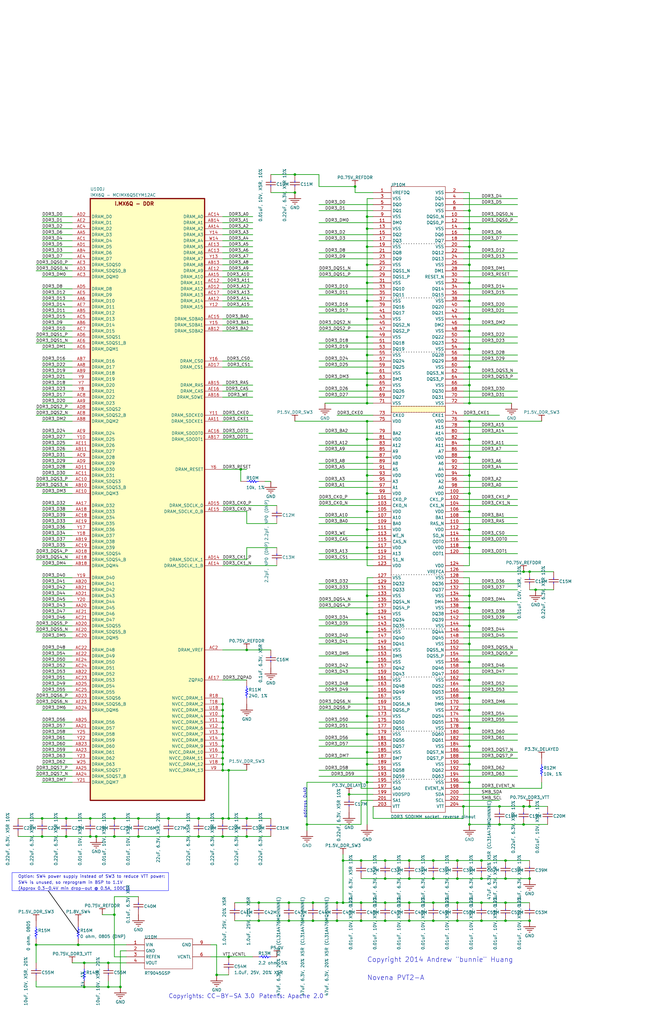
<source format=kicad_sch>
(kicad_sch (version 20230121) (generator eeschema)
  (paper "B" portrait)
  (junction (at 154.94 251.46))
  (junction (at 198.12 170.18))
  (junction (at 154.94 104.14))
  (junction (at 45.72 416.56))
  (junction (at 129.54 347.98))
  (junction (at 93.98 345.44))
  (junction (at 198.12 177.8))
  (junction (at 154.94 322.58))
  (junction (at 142.24 388.62))
  (junction (at 93.98 317.5))
  (junction (at 198.12 322.58))
  (junction (at 93.98 312.42))
  (junction (at 93.98 307.34))
  (junction (at 91.44 411.48))
  (junction (at 27.94 353.06))
  (junction (at 198.12 119.38))
  (junction (at 48.26 353.06))
  (junction (at 198.12 215.9))
  (junction (at 152.4 381))
  (junction (at 96.52 345.44))
  (junction (at 223.52 370.84))
  (junction (at 162.56 388.62))
  (junction (at 40.64 353.06))
  (junction (at 154.94 208.28))
  (junction (at 198.12 330.2))
  (junction (at 93.98 309.88))
  (junction (at 154.94 177.8))
  (junction (at 35.56 406.4))
  (junction (at 154.94 287.02))
  (junction (at 172.72 388.62))
  (junction (at 198.12 127))
  (junction (at 195.58 340.36))
  (junction (at 154.94 157.48))
  (junction (at 154.94 200.66))
  (junction (at 198.12 299.72))
  (junction (at 96.52 403.86))
  (junction (at 33.02 398.78))
  (junction (at 198.12 251.46))
  (junction (at 198.12 96.52))
  (junction (at 27.94 345.44))
  (junction (at 132.08 388.62))
  (junction (at 71.12 353.06))
  (junction (at 198.12 223.52))
  (junction (at 223.52 340.36))
  (junction (at 198.12 208.28))
  (junction (at 45.72 406.4))
  (junction (at 124.46 73.66))
  (junction (at 58.42 353.06))
  (junction (at 198.12 256.54))
  (junction (at 154.94 266.7))
  (junction (at 203.2 381))
  (junction (at 154.94 170.18))
  (junction (at 101.6 198.12))
  (junction (at 83.82 345.44))
  (junction (at 17.78 345.44))
  (junction (at 93.98 322.58))
  (junction (at 198.12 104.14))
  (junction (at 96.52 325.12))
  (junction (at 182.88 381))
  (junction (at 121.92 381))
  (junction (at 154.94 215.9))
  (junction (at 213.36 381))
  (junction (at 147.32 335.28))
  (junction (at 162.56 370.84))
  (junction (at 154.94 231.14))
  (junction (at 121.92 388.62))
  (junction (at 162.56 381))
  (junction (at 203.2 388.62))
  (junction (at 93.98 302.26))
  (junction (at 154.94 302.26))
  (junction (at 226.06 248.92))
  (junction (at 124.46 81.28))
  (junction (at 182.88 370.84))
  (junction (at 50.8 416.56))
  (junction (at 109.22 388.62))
  (junction (at 203.2 363.22))
  (junction (at 93.98 325.12))
  (junction (at 144.78 363.22))
  (junction (at 58.42 345.44))
  (junction (at 198.12 162.56))
  (junction (at 198.12 154.94))
  (junction (at 15.24 398.78))
  (junction (at 193.04 370.84))
  (junction (at 198.12 88.9))
  (junction (at 223.52 388.62))
  (junction (at 93.98 314.96))
  (junction (at 172.72 381))
  (junction (at 154.94 309.88))
  (junction (at 198.12 200.66))
  (junction (at 154.94 294.64))
  (junction (at 213.36 370.84))
  (junction (at 154.94 119.38))
  (junction (at 210.82 347.98))
  (junction (at 193.04 388.62))
  (junction (at 35.56 416.56))
  (junction (at 182.88 363.22))
  (junction (at 93.98 299.72))
  (junction (at 203.2 370.84))
  (junction (at 132.08 381))
  (junction (at 154.94 279.4))
  (junction (at 104.14 345.44))
  (junction (at 154.94 91.44))
  (junction (at 109.22 381))
  (junction (at 71.12 345.44))
  (junction (at 142.24 381))
  (junction (at 154.94 96.52))
  (junction (at 193.04 381))
  (junction (at 93.98 297.18))
  (junction (at 152.4 388.62))
  (junction (at 93.98 320.04))
  (junction (at 154.94 185.42))
  (junction (at 17.78 353.06))
  (junction (at 154.94 111.76))
  (junction (at 154.94 134.62))
  (junction (at 48.26 345.44))
  (junction (at 198.12 111.76))
  (junction (at 154.94 330.2))
  (junction (at 154.94 274.32))
  (junction (at 198.12 279.4))
  (junction (at 93.98 304.8))
  (junction (at 220.98 340.36))
  (junction (at 154.94 149.86))
  (junction (at 198.12 264.16))
  (junction (at 154.94 162.56))
  (junction (at 104.14 353.06))
  (junction (at 172.72 370.84))
  (junction (at 223.52 241.3))
  (junction (at 154.94 259.08))
  (junction (at 104.14 274.32))
  (junction (at 210.82 340.36))
  (junction (at 149.86 78.74))
  (junction (at 38.1 345.44))
  (junction (at 83.82 353.06))
  (junction (at 213.36 363.22))
  (junction (at 198.12 314.96))
  (junction (at 152.4 363.22))
  (junction (at 154.94 193.04))
  (junction (at 154.94 127))
  (junction (at 213.36 388.62))
  (junction (at 48.26 386.08))
  (junction (at 172.72 363.22))
  (junction (at 198.12 287.02))
  (junction (at 154.94 142.24))
  (junction (at 154.94 223.52))
  (junction (at 38.1 353.06))
  (junction (at 198.12 185.42))
  (junction (at 162.56 363.22))
  (junction (at 144.78 381))
  (junction (at 198.12 271.78))
  (junction (at 198.12 193.04))
  (junction (at 198.12 231.14))
  (junction (at 198.12 134.62))
  (junction (at 198.12 294.64))
  (junction (at 198.12 347.98))
  (junction (at 93.98 353.06))
  (junction (at 198.12 307.34))
  (junction (at 182.88 388.62))
  (junction (at 220.98 347.98))
  (junction (at 154.94 317.5))
  (junction (at 198.12 139.7))
  (junction (at 220.98 241.3))
  (junction (at 193.04 363.22))
  (junction (at 198.12 147.32))
  (wire (pts (xy 30.48 205.74) (xy 15.24 205.74)) (stroke (width 0.254)))
  (wire (pts (xy 48.26 386.08) (xy 48.26 378.46)) (stroke (width 0.254)))
  (wire (pts (xy 198.12 111.76) (xy 198.12 119.38)) (stroke (width 0.254)))
  (wire (pts (xy 198.12 256.54) (xy 195.58 256.54)) (stroke (width 0.254)))
  (wire (pts (xy 106.68 96.52) (xy 93.98 96.52)) (stroke (width 0.254)))
  (wire (pts (xy 198.12 208.28) (xy 198.12 200.66)) (stroke (width 0.254)))
  (wire (pts (xy 154.94 142.24) (xy 154.94 134.62)) (stroke (width 0.254)))
  (wire (pts (xy 96.52 411.48) (xy 91.44 411.48)) (stroke (width 0.254)))
  (wire (pts (xy 154.94 274.32) (xy 157.48 274.32)) (stroke (width 0.254)))
  (wire (pts (xy 101.6 198.12) (xy 93.98 198.12)) (stroke (width 0.254)))
  (wire (pts (xy 198.12 264.16) (xy 195.58 264.16)) (stroke (width 0.254)))
  (wire (pts (xy 218.44 124.46) (xy 195.58 124.46)) (stroke (width 0.254)))
  (wire (pts (xy 195.58 332.74) (xy 228.6 332.74)) (stroke (width 0.254)))
  (wire (pts (xy 157.48 205.74) (xy 134.62 205.74)) (stroke (width 0.254)))
  (wire (pts (xy 147.32 335.28) (xy 157.48 335.28)) (stroke (width 0.254)))
  (wire (pts (xy 220.98 340.36) (xy 223.52 340.36)) (stroke (width 0.254)))
  (wire (pts (xy 154.94 317.5) (xy 154.94 309.88)) (stroke (width 0.254)))
  (wire (pts (xy 157.48 213.36) (xy 134.62 213.36)) (stroke (width 0.254)))
  (wire (pts (xy 104.14 236.22) (xy 93.98 236.22)) (stroke (width 0.254)))
  (wire (pts (xy 30.48 187.96) (xy 17.78 187.96)) (stroke (width 0.254)))
  (wire (pts (xy 106.68 137.16) (xy 93.98 137.16)) (stroke (width 0.254)))
  (wire (pts (xy 172.72 388.62) (xy 182.88 388.62)) (stroke (width 0.254)))
  (wire (pts (xy 157.48 284.48) (xy 134.62 284.48)) (stroke (width 0.254)))
  (wire (pts (xy 154.94 127) (xy 157.48 127)) (stroke (width 0.254)))
  (wire (pts (xy 223.52 241.3) (xy 233.68 241.3)) (stroke (width 0.254)))
  (wire (pts (xy 30.48 299.72) (xy 17.78 299.72)) (stroke (width 0.254)))
  (wire (pts (xy 218.44 187.96) (xy 195.58 187.96)) (stroke (width 0.254)))
  (wire (pts (xy 198.12 127) (xy 195.58 127)) (stroke (width 0.254)))
  (wire (pts (xy 15.24 144.78) (xy 30.48 144.78)) (stroke (width 0.254)))
  (wire (pts (xy 157.48 109.22) (xy 134.62 109.22)) (stroke (width 0.254)))
  (wire (pts (xy 198.12 200.66) (xy 198.12 193.04)) (stroke (width 0.254)))
  (wire (pts (xy 195.58 175.26) (xy 210.82 175.26)) (stroke (width 0.254)))
  (wire (pts (xy 154.94 162.56) (xy 154.94 157.48)) (stroke (width 0.254)))
  (wire (pts (xy 154.94 149.86) (xy 157.48 149.86)) (stroke (width 0.254)))
  (wire (pts (xy 154.94 134.62) (xy 157.48 134.62)) (stroke (width 0.254)))
  (wire (pts (xy 218.44 254) (xy 195.58 254)) (stroke (width 0.254)))
  (wire (pts (xy 195.58 139.7) (xy 198.12 139.7)) (stroke (width 0.254)))
  (wire (pts (xy 91.44 398.78) (xy 88.9 398.78)) (stroke (width 0.254)))
  (wire (pts (xy 218.44 121.92) (xy 195.58 121.92)) (stroke (width 0.254)))
  (wire (pts (xy 152.4 347.98) (xy 129.54 347.98)) (stroke (width 0.254)))
  (wire (pts (xy 218.44 101.6) (xy 195.58 101.6)) (stroke (width 0.254)))
  (wire (pts (xy 157.48 248.92) (xy 134.62 248.92)) (stroke (width 0.254)))
  (wire (pts (xy 93.98 299.72) (xy 93.98 297.18)) (stroke (width 0.254)))
  (wire (pts (xy 15.24 266.7) (xy 30.48 266.7)) (stroke (width 0.254)))
  (wire (pts (xy 218.44 137.16) (xy 195.58 137.16)) (stroke (width 0.254)))
  (wire (pts (xy 218.44 149.86) (xy 195.58 149.86)) (stroke (width 0.254)))
  (wire (pts (xy 157.48 132.08) (xy 134.62 132.08)) (stroke (width 0.254)))
  (wire (pts (xy 71.12 345.44) (xy 83.82 345.44)) (stroke (width 0.254)))
  (wire (pts (xy 93.98 307.34) (xy 93.98 304.8)) (stroke (width 0.254)))
  (wire (pts (xy 154.94 119.38) (xy 154.94 111.76)) (stroke (width 0.254)))
  (wire (pts (xy 30.48 165.1) (xy 17.78 165.1)) (stroke (width 0.254)))
  (wire (pts (xy 213.36 370.84) (xy 223.52 370.84)) (stroke (width 0.254)))
  (wire (pts (xy 58.42 353.06) (xy 48.26 353.06)) (stroke (width 0.254)))
  (wire (pts (xy 154.94 279.4) (xy 154.94 274.32)) (stroke (width 0.254)))
  (wire (pts (xy 218.44 261.62) (xy 195.58 261.62)) (stroke (width 0.254)))
  (wire (pts (xy 157.48 106.68) (xy 134.62 106.68)) (stroke (width 0.254)))
  (wire (pts (xy 154.94 279.4) (xy 157.48 279.4)) (stroke (width 0.254)))
  (wire (pts (xy 124.46 73.66) (xy 134.62 73.66)) (stroke (width 0.254)))
  (wire (pts (xy 157.48 190.5) (xy 134.62 190.5)) (stroke (width 0.254)))
  (wire (pts (xy 30.48 292.1) (xy 17.78 292.1)) (stroke (width 0.254)))
  (wire (pts (xy 15.24 398.78) (xy 33.02 398.78)) (stroke (width 0.254)))
  (wire (pts (xy 157.48 327.66) (xy 134.62 327.66)) (stroke (width 0.254)))
  (wire (pts (xy 218.44 86.36) (xy 195.58 86.36)) (stroke (width 0.254)))
  (wire (pts (xy 198.12 251.46) (xy 198.12 256.54)) (stroke (width 0.254)))
  (wire (pts (xy 30.48 104.14) (xy 17.78 104.14)) (stroke (width 0.254)))
  (wire (pts (xy 30.48 314.96) (xy 17.78 314.96)) (stroke (width 0.254)))
  (wire (pts (xy 210.82 347.98) (xy 220.98 347.98)) (stroke (width 0.254)))
  (wire (pts (xy 154.94 294.64) (xy 157.48 294.64)) (stroke (width 0.254)))
  (wire (pts (xy 137.16 170.18) (xy 154.94 170.18)) (stroke (width 0.254)))
  (wire (pts (xy 30.48 246.38) (xy 17.78 246.38)) (stroke (width 0.254)))
  (wire (pts (xy 30.48 330.2) (xy 17.78 330.2)) (stroke (width 0.254)))
  (wire (pts (xy 203.2 381) (xy 193.04 381)) (stroke (width 0.254)))
  (wire (pts (xy 106.68 101.6) (xy 93.98 101.6)) (stroke (width 0.254)))
  (wire (pts (xy 157.48 88.9) (xy 134.62 88.9)) (stroke (width 0.254)))
  (wire (pts (xy 157.48 167.64) (xy 134.62 167.64)) (stroke (width 0.254)))
  (wire (pts (xy 198.12 294.64) (xy 198.12 299.72)) (stroke (width 0.254)))
  (wire (pts (xy 218.44 246.38) (xy 195.58 246.38)) (stroke (width 0.254)))
  (wire (pts (xy 198.12 299.72) (xy 195.58 299.72)) (stroke (width 0.254)))
  (wire (pts (xy 104.14 198.12) (xy 101.6 198.12)) (stroke (width 0.254)))
  (wire (pts (xy 30.48 162.56) (xy 17.78 162.56)) (stroke (width 0.254)))
  (wire (pts (xy 218.44 91.44) (xy 195.58 91.44)) (stroke (width 0.254)))
  (wire (pts (xy 129.54 330.2) (xy 129.54 347.98)) (stroke (width 0.254)))
  (wire (pts (xy 35.56 406.4) (xy 30.48 406.4)) (stroke (width 0.254)))
  (wire (pts (xy 121.92 388.62) (xy 109.22 388.62)) (stroke (width 0.254)))
  (wire (pts (xy 157.48 312.42) (xy 134.62 312.42)) (stroke (width 0.254)))
  (wire (pts (xy 195.58 340.36) (xy 210.82 340.36)) (stroke (width 0.254)))
  (wire (pts (xy 104.14 287.02) (xy 93.98 287.02)) (stroke (width 0.254)))
  (wire (pts (xy 157.48 187.96) (xy 134.62 187.96)) (stroke (width 0.254)))
  (wire (pts (xy 30.48 99.06) (xy 17.78 99.06)) (stroke (width 0.254)))
  (wire (pts (xy 198.12 238.76) (xy 198.12 231.14)) (stroke (width 0.254)))
  (wire (pts (xy 162.56 370.84) (xy 172.72 370.84)) (stroke (width 0.254)))
  (wire (pts (xy 30.48 91.44) (xy 17.78 91.44)) (stroke (width 0.254)))
  (wire (pts (xy 83.82 345.44) (xy 93.98 345.44)) (stroke (width 0.254)))
  (wire (pts (xy 30.48 116.84) (xy 17.78 116.84)) (stroke (width 0.254)))
  (wire (pts (xy 157.48 86.36) (xy 134.62 86.36)) (stroke (width 0.254)))
  (wire (pts (xy 218.44 304.8) (xy 195.58 304.8)) (stroke (width 0.254)))
  (wire (pts (xy 154.94 208.28) (xy 154.94 200.66)) (stroke (width 0.254)))
  (wire (pts (xy 15.24 114.3) (xy 30.48 114.3)) (stroke (width 0.254)))
  (wire (pts (xy 198.12 231.14) (xy 195.58 231.14)) (stroke (width 0.254)))
  (wire (pts (xy 218.44 109.22) (xy 195.58 109.22)) (stroke (width 0.254)))
  (wire (pts (xy 93.98 345.44) (xy 96.52 345.44)) (stroke (width 0.254)))
  (wire (pts (xy 203.2 370.84) (xy 213.36 370.84)) (stroke (width 0.254)))
  (wire (pts (xy 157.48 299.72) (xy 134.62 299.72)) (stroke (width 0.254)))
  (wire (pts (xy 53.34 403.86) (xy 48.26 403.86)) (stroke (width 0.254)))
  (wire (pts (xy 157.48 121.92) (xy 134.62 121.92)) (stroke (width 0.254)))
  (wire (pts (xy 30.48 228.6) (xy 17.78 228.6)) (stroke (width 0.254)))
  (wire (pts (xy 104.14 231.14) (xy 104.14 236.22)) (stroke (width 0.254)))
  (wire (pts (xy 149.86 81.28) (xy 157.48 81.28)) (stroke (width 0.254)))
  (wire (pts (xy 198.12 231.14) (xy 198.12 223.52)) (stroke (width 0.254)))
  (wire (pts (xy 154.94 317.5) (xy 157.48 317.5)) (stroke (width 0.254)))
  (wire (pts (xy 48.26 403.86) (xy 48.26 386.08)) (stroke (width 0.254)))
  (wire (pts (xy 157.48 281.94) (xy 134.62 281.94)) (stroke (width 0.254)))
  (wire (pts (xy 30.48 261.62) (xy 17.78 261.62)) (stroke (width 0.254)))
  (wire (pts (xy 154.94 185.42) (xy 157.48 185.42)) (stroke (width 0.254)))
  (wire (pts (xy 38.1 345.44) (xy 27.94 345.44)) (stroke (width 0.254)))
  (wire (pts (xy 198.12 134.62) (xy 198.12 139.7)) (stroke (width 0.254)))
  (wire (pts (xy 154.94 170.18) (xy 154.94 162.56)) (stroke (width 0.254)))
  (wire (pts (xy 30.48 147.32) (xy 17.78 147.32)) (stroke (width 0.254)))
  (wire (pts (xy 193.04 363.22) (xy 182.88 363.22)) (stroke (width 0.254)))
  (wire (pts (xy 154.94 287.02) (xy 154.94 279.4)) (stroke (width 0.254)))
  (wire (pts (xy 198.12 111.76) (xy 195.58 111.76)) (stroke (width 0.254)))
  (wire (pts (xy 218.44 281.94) (xy 195.58 281.94)) (stroke (width 0.254)))
  (wire (pts (xy 198.12 330.2) (xy 198.12 347.98)) (stroke (width 0.254)))
  (wire (pts (xy 195.58 345.44) (xy 195.58 340.36)) (stroke (width 0.254)))
  (wire (pts (xy 154.94 200.66) (xy 154.94 193.04)) (stroke (width 0.254)))
  (wire (pts (xy 106.68 109.22) (xy 93.98 109.22)) (stroke (width 0.254)))
  (wire (pts (xy 96.52 325.12) (xy 104.14 325.12)) (stroke (width 0.254)))
  (wire (pts (xy 198.12 208.28) (xy 195.58 208.28)) (stroke (width 0.254)))
  (wire (pts (xy 43.18 386.08) (xy 48.26 386.08)) (stroke (width 0.254)))
  (wire (pts (xy 35.56 416.56) (xy 45.72 416.56)) (stroke (width 0.254)))
  (wire (pts (xy 30.48 223.52) (xy 17.78 223.52)) (stroke (width 0.254)))
  (wire (pts (xy 30.48 160.02) (xy 17.78 160.02)) (stroke (width 0.254)))
  (wire (pts (xy 114.3 73.66) (xy 124.46 73.66)) (stroke (width 0.254)))
  (wire (pts (xy 218.44 182.88) (xy 195.58 182.88)) (stroke (width 0.254)))
  (wire (pts (xy 38.1 345.44) (xy 48.26 345.44)) (stroke (width 0.254)))
  (wire (pts (xy 30.48 269.24) (xy 17.78 269.24)) (stroke (width 0.254)))
  (wire (pts (xy 198.12 307.34) (xy 195.58 307.34)) (stroke (width 0.254)))
  (wire (pts (xy 30.48 200.66) (xy 17.78 200.66)) (stroke (width 0.254)))
  (wire (pts (xy 218.44 228.6) (xy 195.58 228.6)) (stroke (width 0.254)))
  (wire (pts (xy 198.12 154.94) (xy 198.12 162.56)) (stroke (width 0.254)))
  (wire (pts (xy 154.94 238.76) (xy 154.94 231.14)) (stroke (width 0.254)))
  (wire (pts (xy 30.48 132.08) (xy 17.78 132.08)) (stroke (width 0.254)))
  (wire (pts (xy 45.72 414.02) (xy 45.72 416.56)) (stroke (width 0.254)))
  (wire (pts (xy 198.12 251.46) (xy 195.58 251.46)) (stroke (width 0.254)))
  (wire (pts (xy 152.4 388.62) (xy 142.24 388.62)) (stroke (width 0.254)))
  (wire (pts (xy 154.94 223.52) (xy 154.94 215.9)) (stroke (width 0.254)))
  (wire (pts (xy 50.8 401.32) (xy 53.34 401.32)) (stroke (width 0.254)))
  (wire (pts (xy 7.62 353.06) (xy 17.78 353.06)) (stroke (width 0.254)))
  (wire (pts (xy 30.48 325.12) (xy 15.24 325.12)) (stroke (width 0.254)))
  (wire (pts (xy 218.44 220.98) (xy 195.58 220.98)) (stroke (width 0.254)))
  (wire (pts (xy 157.48 137.16) (xy 134.62 137.16)) (stroke (width 0.254)))
  (wire (pts (xy 154.94 149.86) (xy 154.94 142.24)) (stroke (width 0.254)))
  (wire (pts (xy 157.48 314.96) (xy 134.62 314.96)) (stroke (width 0.254)))
  (wire (pts (xy 195.58 147.32) (xy 198.12 147.32)) (stroke (width 0.254)))
  (wire (pts (xy 30.48 236.22) (xy 15.24 236.22)) (stroke (width 0.254)))
  (wire (pts (xy 30.48 279.4) (xy 17.78 279.4)) (stroke (width 0.254)))
  (wire (pts (xy 218.44 116.84) (xy 195.58 116.84)) (stroke (width 0.254)))
  (wire (pts (xy 223.52 381) (xy 213.36 381)) (stroke (width 0.254)))
  (wire (pts (xy 198.12 96.52) (xy 198.12 104.14)) (stroke (width 0.254)))
  (wire (pts (xy 116.84 231.14) (xy 104.14 231.14)) (stroke (width 0.254)))
  (wire (pts (xy 218.44 167.64) (xy 195.58 167.64)) (stroke (width 0.254)))
  (wire (pts (xy 195.58 241.3) (xy 220.98 241.3)) (stroke (width 0.254)))
  (wire (pts (xy 106.68 106.68) (xy 93.98 106.68)) (stroke (width 0.254)))
  (wire (pts (xy 106.68 91.44) (xy 93.98 91.44)) (stroke (width 0.254)))
  (wire (pts (xy 30.48 193.04) (xy 17.78 193.04)) (stroke (width 0.254)))
  (wire (pts (xy 154.94 215.9) (xy 154.94 208.28)) (stroke (width 0.254)))
  (wire (pts (xy 106.68 182.88) (xy 93.98 182.88)) (stroke (width 0.254)))
  (wire (pts (xy 30.48 167.64) (xy 17.78 167.64)) (stroke (width 0.254)))
  (wire (pts (xy 213.36 388.62) (xy 223.52 388.62)) (stroke (width 0.254)))
  (wire (pts (xy 154.94 193.04) (xy 157.48 193.04)) (stroke (width 0.254)))
  (wire (pts (xy 218.44 93.98) (xy 195.58 93.98)) (stroke (width 0.254)))
  (wire (pts (xy 30.48 190.5) (xy 17.78 190.5)) (stroke (width 0.254)))
  (wire (pts (xy 157.48 297.18) (xy 134.62 297.18)) (stroke (width 0.254)))
  (wire (pts (xy 30.48 152.4) (xy 17.78 152.4)) (stroke (width 0.254)))
  (wire (pts (xy 154.94 119.38) (xy 157.48 119.38)) (stroke (width 0.254)))
  (wire (pts (xy 15.24 233.68) (xy 30.48 233.68)) (stroke (width 0.254)))
  (wire (pts (xy 198.12 271.78) (xy 195.58 271.78)) (stroke (width 0.254)))
  (wire (pts (xy 154.94 231.14) (xy 157.48 231.14)) (stroke (width 0.254)))
  (wire (pts (xy 30.48 307.34) (xy 17.78 307.34)) (stroke (width 0.254)))
  (wire (pts (xy 198.12 193.04) (xy 198.12 185.42)) (stroke (width 0.254)))
  (wire (pts (xy 106.68 134.62) (xy 93.98 134.62)) (stroke (width 0.254)))
  (wire (pts (xy 157.48 160.02) (xy 134.62 160.02)) (stroke (width 0.254)))
  (wire (pts (xy 154.94 185.42) (xy 154.94 177.8)) (stroke (width 0.254)))
  (wire (pts (xy 104.14 353.06) (xy 93.98 353.06)) (stroke (width 0.254)))
  (wire (pts (xy 45.72 416.56) (xy 50.8 416.56)) (stroke (width 0.254)))
  (wire (pts (xy 198.12 347.98) (xy 210.82 347.98)) (stroke (width 0.254)))
  (wire (pts (xy 157.48 210.82) (xy 134.62 210.82)) (stroke (width 0.254)))
  (wire (pts (xy 53.34 406.4) (xy 45.72 406.4)) (stroke (width 0.254)))
  (wire (pts (xy 33.02 398.78) (xy 53.34 398.78)) (stroke (width 0.254)))
  (wire (pts (xy 154.94 302.26) (xy 157.48 302.26)) (stroke (width 0.254)))
  (wire (pts (xy 142.24 381) (xy 144.78 381)) (stroke (width 0.254)))
  (wire (pts (xy 198.12 185.42) (xy 198.12 177.8)) (stroke (width 0.254)))
  (wire (pts (xy 157.48 304.8) (xy 134.62 304.8)) (stroke (width 0.254)))
  (wire (pts (xy 198.12 170.18) (xy 215.9 170.18)) (stroke (width 0.254)))
  (wire (pts (xy 116.84 213.36) (xy 93.98 213.36)) (stroke (width 0.254)))
  (wire (pts (xy 30.48 284.48) (xy 17.78 284.48)) (stroke (width 0.254)))
  (wire (pts (xy 106.68 154.94) (xy 93.98 154.94)) (stroke (width 0.254)))
  (wire (pts (xy 93.98 304.8) (xy 93.98 302.26)) (stroke (width 0.254)))
  (wire (pts (xy 154.94 200.66) (xy 157.48 200.66)) (stroke (width 0.254)))
  (wire (pts (xy 218.44 144.78) (xy 195.58 144.78)) (stroke (width 0.254)))
  (wire (pts (xy 157.48 271.78) (xy 134.62 271.78)) (stroke (width 0.254)))
  (wire (pts (xy 157.48 330.2) (xy 154.94 330.2)) (stroke (width 0.254)))
  (wire (pts (xy 193.04 381) (xy 182.88 381)) (stroke (width 0.254)))
  (wire (pts (xy 30.48 215.9) (xy 17.78 215.9)) (stroke (width 0.254)))
  (wire (pts (xy 198.12 185.42) (xy 195.58 185.42)) (stroke (width 0.254)))
  (wire (pts (xy 218.44 198.12) (xy 195.58 198.12)) (stroke (width 0.254)))
  (wire (pts (xy 218.44 259.08) (xy 195.58 259.08)) (stroke (width 0.254)))
  (wire (pts (xy 218.44 190.5) (xy 195.58 190.5)) (stroke (width 0.254)))
  (wire (pts (xy 172.72 381) (xy 162.56 381)) (stroke (width 0.254)))
  (wire (pts (xy 83.82 353.06) (xy 71.12 353.06)) (stroke (width 0.254)))
  (wire (pts (xy 154.94 177.8) (xy 124.46 177.8)) (stroke (width 0.254)))
  (wire (pts (xy 152.4 388.62) (xy 162.56 388.62)) (stroke (width 0.254)))
  (wire (pts (xy 218.44 165.1) (xy 195.58 165.1)) (stroke (width 0.254)))
  (wire (pts (xy 30.48 109.22) (xy 17.78 109.22)) (stroke (width 0.254)))
  (wire (pts (xy 154.94 259.08) (xy 157.48 259.08)) (stroke (width 0.254)))
  (wire (pts (xy 157.48 116.84) (xy 134.62 116.84)) (stroke (width 0.254)))
  (wire (pts (xy 218.44 317.5) (xy 195.58 317.5)) (stroke (width 0.254)))
  (wire (pts (xy 218.44 205.74) (xy 195.58 205.74)) (stroke (width 0.254)))
  (wire (pts (xy 182.88 370.84) (xy 193.04 370.84)) (stroke (width 0.254)))
  (wire (pts (xy 157.48 182.88) (xy 134.62 182.88)) (stroke (width 0.254)))
  (wire (pts (xy 50.8 416.56) (xy 50.8 401.32)) (stroke (width 0.254)))
  (wire (pts (xy 154.94 162.56) (xy 157.48 162.56)) (stroke (width 0.254)))
  (wire (pts (xy 93.98 309.88) (xy 93.98 307.34)) (stroke (width 0.254)))
  (wire (pts (xy 17.78 353.06) (xy 27.94 353.06)) (stroke (width 0.254)))
  (wire (pts (xy 93.98 297.18) (xy 93.98 294.64)) (stroke (width 0.254)))
  (wire (pts (xy 157.48 195.58) (xy 134.62 195.58)) (stroke (width 0.254)))
  (wire (pts (xy 157.48 99.06) (xy 134.62 99.06)) (stroke (width 0.254)))
  (wire (pts (xy 218.44 320.04) (xy 195.58 320.04)) (stroke (width 0.254)))
  (wire (pts (xy 218.44 218.44) (xy 195.58 218.44)) (stroke (width 0.254)))
  (wire (pts (xy 198.12 134.62) (xy 195.58 134.62)) (stroke (width 0.254)))
  (wire (pts (xy 106.68 111.76) (xy 93.98 111.76)) (stroke (width 0.254)))
  (wire (pts (xy 198.12 215.9) (xy 195.58 215.9)) (stroke (width 0.254)))
  (wire (pts (xy 30.48 175.26) (xy 15.24 175.26)) (stroke (width 0.254)))
  (wire (pts (xy 218.44 157.48) (xy 195.58 157.48)) (stroke (width 0.254)))
  (wire (pts (xy 30.48 93.98) (xy 17.78 93.98)) (stroke (width 0.254)))
  (wire (pts (xy 195.58 81.28) (xy 198.12 81.28)) (stroke (width 0.254)))
  (wire (pts (xy 218.44 284.48) (xy 195.58 284.48)) (stroke (width 0.254)))
  (wire (pts (xy 198.12 139.7) (xy 198.12 147.32)) (stroke (width 0.254)))
  (wire (pts (xy 40.64 353.06) (xy 38.1 353.06)) (stroke (width 0.254)))
  (wire (pts (xy 198.12 119.38) (xy 195.58 119.38)) (stroke (width 0.254)))
  (wire (pts (xy 30.48 220.98) (xy 17.78 220.98)) (stroke (width 0.254)))
  (wire (pts (xy 203.2 388.62) (xy 213.36 388.62)) (stroke (width 0.254)))
  (wire (pts (xy 48.26 345.44) (xy 58.42 345.44)) (stroke (width 0.254)))
  (wire (pts (xy 152.4 330.2) (xy 129.54 330.2)) (stroke (width 0.254)))
  (wire (pts (xy 106.68 119.38) (xy 93.98 119.38)) (stroke (width 0.254)))
  (wire (pts (xy 162.56 363.22) (xy 152.4 363.22)) (stroke (width 0.254)))
  (wire (pts (xy 30.48 243.84) (xy 17.78 243.84)) (stroke (width 0.254)))
  (wire (pts (xy 218.44 152.4) (xy 195.58 152.4)) (stroke (width 0.254)))
  (wire (pts (xy 198.12 322.58) (xy 198.12 330.2)) (stroke (width 0.254)))
  (wire (pts (xy 157.48 226.06) (xy 134.62 226.06)) (stroke (width 0.254)))
  (wire (pts (xy 154.94 96.52) (xy 157.48 96.52)) (stroke (width 0.254)))
  (wire (pts (xy 198.12 162.56) (xy 195.58 162.56)) (stroke (width 0.254)))
  (wire (pts (xy 93.98 302.26) (xy 93.98 299.72)) (stroke (width 0.254)))
  (wire (pts (xy 154.94 322.58) (xy 157.48 322.58)) (stroke (width 0.254)))
  (wire (pts (xy 144.78 363.22) (xy 144.78 360.68)) (stroke (width 0.254)))
  (wire (pts (xy 157.48 307.34) (xy 134.62 307.34)) (stroke (width 0.254)))
  (wire (pts (xy 228.6 177.8) (xy 198.12 177.8)) (stroke (width 0.254)))
  (wire (pts (xy 106.68 139.7) (xy 93.98 139.7)) (stroke (width 0.254)))
  (wire (pts (xy 99.06 381) (xy 109.22 381)) (stroke (width 0.254)))
  (wire (pts (xy 198.12 314.96) (xy 198.12 322.58)) (stroke (width 0.254)))
  (wire (pts (xy 154.94 193.04) (xy 154.94 185.42)) (stroke (width 0.254)))
  (wire (pts (xy 30.48 157.48) (xy 17.78 157.48)) (stroke (width 0.254)))
  (wire (pts (xy 106.68 175.26) (xy 93.98 175.26)) (stroke (width 0.254)))
  (wire (pts (xy 162.56 388.62) (xy 172.72 388.62)) (stroke (width 0.254)))
  (wire (pts (xy 198.12 96.52) (xy 195.58 96.52)) (stroke (width 0.254)))
  (wire (pts (xy 30.48 142.24) (xy 15.24 142.24)) (stroke (width 0.254)))
  (wire (pts (xy 157.48 154.94) (xy 134.62 154.94)) (stroke (width 0.254)))
  (wire (pts (xy 114.3 353.06) (xy 104.14 353.06)) (stroke (width 0.254)))
  (wire (pts (xy 93.98 325.12) (xy 96.52 325.12)) (stroke (width 0.254)))
  (wire (pts (xy 218.44 195.58) (xy 195.58 195.58)) (stroke (width 0.254)))
  (wire (pts (xy 218.44 99.06) (xy 195.58 99.06)) (stroke (width 0.254)))
  (wire (pts (xy 218.44 297.18) (xy 195.58 297.18)) (stroke (width 0.254)))
  (wire (pts (xy 30.48 226.06) (xy 17.78 226.06)) (stroke (width 0.254)))
  (wire (pts (xy 198.12 223.52) (xy 198.12 215.9)) (stroke (width 0.254)))
  (wire (pts (xy 106.68 185.42) (xy 93.98 185.42)) (stroke (width 0.254)))
  (wire (pts (xy 198.12 127) (xy 198.12 134.62)) (stroke (width 0.254)))
  (wire (pts (xy 172.72 370.84) (xy 182.88 370.84)) (stroke (width 0.254)))
  (wire (pts (xy 152.4 370.84) (xy 162.56 370.84)) (stroke (width 0.254)))
  (wire (pts (xy 30.48 111.76) (xy 15.24 111.76)) (stroke (width 0.254)))
  (wire (pts (xy 157.48 236.22) (xy 134.62 236.22)) (stroke (width 0.254)))
  (wire (pts (xy 154.94 157.48) (xy 154.94 149.86)) (stroke (width 0.254)))
  (wire (pts (xy 30.48 139.7) (xy 17.78 139.7)) (stroke (width 0.254)))
  (wire (pts (xy 93.98 317.5) (xy 93.98 314.96)) (stroke (width 0.254)))
  (wire (pts (xy 198.12 119.38) (xy 198.12 127)) (stroke (width 0.254)))
  (wire (pts (xy 154.94 83.82) (xy 157.48 83.82)) (stroke (width 0.254)))
  (wire (pts (xy 157.48 233.68) (xy 134.62 233.68)) (stroke (width 0.254)))
  (wire (pts (xy 218.44 213.36) (xy 195.58 213.36)) (stroke (width 0.254)))
  (wire (pts (xy 30.48 312.42) (xy 17.78 312.42)) (stroke (width 0.254)))
  (wire (pts (xy 15.24 297.18) (xy 30.48 297.18)) (stroke (width 0.254)))
  (wire (pts (xy 223.52 363.22) (xy 213.36 363.22)) (stroke (width 0.254)))
  (wire (pts (xy 157.48 152.4) (xy 134.62 152.4)) (stroke (width 0.254)))
  (wire (pts (xy 30.48 177.8) (xy 17.78 177.8)) (stroke (width 0.254)))
  (wire (pts (xy 48.26 378.46) (xy 58.42 378.46)) (stroke (width 0.254)))
  (wire (pts (xy 106.68 403.86) (xy 96.52 403.86)) (stroke (width 0.254)))
  (wire (pts (xy 213.36 381) (xy 203.2 381)) (stroke (width 0.254)))
  (wire (pts (xy 195.58 337.82) (xy 210.82 337.82)) (stroke (width 0.254)))
  (wire (pts (xy 30.48 317.5) (xy 17.78 317.5)) (stroke (width 0.254)))
  (wire (pts (xy 154.94 266.7) (xy 157.48 266.7)) (stroke (width 0.254)))
  (wire (pts (xy 30.48 170.18) (xy 17.78 170.18)) (stroke (width 0.254)))
  (wire (pts (xy 30.48 254) (xy 17.78 254)) (stroke (width 0.254)))
  (wire (pts (xy 116.84 220.98) (xy 104.14 220.98)) (stroke (width 0.254)))
  (wire (pts (xy 15.24 327.66) (xy 30.48 327.66)) (stroke (width 0.254)))
  (wire (pts (xy 198.12 256.54) (xy 198.12 264.16)) (stroke (width 0.254)))
  (wire (pts (xy 15.24 406.4) (xy 15.24 398.78)) (stroke (width 0.254)))
  (wire (pts (xy 223.52 340.36) (xy 231.14 340.36)) (stroke (width 0.254)))
  (wire (pts (xy 154.94 330.2) (xy 154.94 347.98)) (stroke (width 0.254)))
  (wire (pts (xy 30.48 121.92) (xy 17.78 121.92)) (stroke (width 0.254)))
  (wire (pts (xy 121.92 381) (xy 132.08 381)) (stroke (width 0.254)))
  (wire (pts (xy 154.94 302.26) (xy 154.94 294.64)) (stroke (width 0.254)))
  (wire (pts (xy 154.94 111.76) (xy 154.94 104.14)) (stroke (width 0.254)))
  (wire (pts (xy 198.12 81.28) (xy 198.12 88.9)) (stroke (width 0.254)))
  (wire (pts (xy 30.48 320.04) (xy 17.78 320.04)) (stroke (width 0.254)))
  (wire (pts (xy 218.44 180.34) (xy 195.58 180.34)) (stroke (width 0.254)))
  (wire (pts (xy 157.48 269.24) (xy 134.62 269.24)) (stroke (width 0.254)))
  (wire (pts (xy 154.94 142.24) (xy 157.48 142.24)) (stroke (width 0.254)))
  (wire (pts (xy 157.48 228.6) (xy 134.62 228.6)) (stroke (width 0.254)))
  (wire (pts (xy 15.24 203.2) (xy 30.48 203.2)) (stroke (width 0.254)))
  (wire (pts (xy 15.24 414.02) (xy 15.24 416.56)) (stroke (width 0.254)))
  (wire (pts (xy 198.12 243.84) (xy 198.12 251.46)) (stroke (width 0.254)))
  (wire (pts (xy 157.48 114.3) (xy 134.62 114.3)) (stroke (width 0.254)))
  (wire (pts (xy 182.88 363.22) (xy 172.72 363.22)) (stroke (width 0.254)))
  (wire (pts (xy 30.48 304.8) (xy 17.78 304.8)) (stroke (width 0.254)))
  (wire (pts (xy 218.44 289.56) (xy 195.58 289.56)) (stroke (width 0.254)))
  (wire (pts (xy 134.62 78.74) (xy 149.86 78.74)) (stroke (width 0.254)))
  (wire (pts (xy 218.44 292.1) (xy 195.58 292.1)) (stroke (width 0.254)))
  (wire (pts (xy 198.12 177.8) (xy 195.58 177.8)) (stroke (width 0.254)))
  (wire (pts (xy 157.48 129.54) (xy 134.62 129.54)) (stroke (width 0.254)))
  (wire (pts (xy 154.94 309.88) (xy 154.94 302.26)) (stroke (width 0.254)))
  (wire (pts (xy 154.94 104.14) (xy 157.48 104.14)) (stroke (width 0.254)))
  (wire (pts (xy 226.06 248.92) (xy 233.68 248.92)) (stroke (width 0.254)))
  (wire (pts (xy 198.12 287.02) (xy 198.12 294.64)) (stroke (width 0.254)))
  (wire (pts (xy 106.68 152.4) (xy 93.98 152.4)) (stroke (width 0.254)))
  (wire (pts (xy 116.84 238.76) (xy 93.98 238.76)) (stroke (width 0.254)))
  (wire (pts (xy 17.78 345.44) (xy 7.62 345.44)) (stroke (width 0.254)))
  (wire (pts (xy 193.04 388.62) (xy 203.2 388.62)) (stroke (width 0.254)))
  (wire (pts (xy 218.44 142.24) (xy 195.58 142.24)) (stroke (width 0.254)))
  (wire (pts (xy 154.94 111.76) (xy 157.48 111.76)) (stroke (width 0.254)))
  (wire (pts (xy 198.12 279.4) (xy 198.12 287.02)) (stroke (width 0.254)))
  (wire (pts (xy 157.48 238.76) (xy 154.94 238.76)) (stroke (width 0.254)))
  (wire (pts (xy 198.12 88.9) (xy 195.58 88.9)) (stroke (width 0.254)))
  (wire (pts (xy 218.44 276.86) (xy 195.58 276.86)) (stroke (width 0.254)))
  (wire (pts (xy 154.94 322.58) (xy 154.94 317.5)) (stroke (width 0.254)))
  (wire (pts (xy 93.98 325.12) (xy 93.98 322.58)) (stroke (width 0.254)))
  (wire (pts (xy 109.22 381) (xy 121.92 381)) (stroke (width 0.254)))
  (wire (pts (xy 210.82 340.36) (xy 220.98 340.36)) (stroke (width 0.254)))
  (wire (pts (xy 157.48 101.6) (xy 134.62 101.6)) (stroke (width 0.254)))
  (wire (pts (xy 152.4 363.22) (xy 144.78 363.22)) (stroke (width 0.254)))
  (wire (pts (xy 27.94 345.44) (xy 17.78 345.44)) (stroke (width 0.254)))
  (wire (pts (xy 30.48 124.46) (xy 17.78 124.46)) (stroke (width 0.254)))
  (wire (pts (xy 30.48 134.62) (xy 17.78 134.62)) (stroke (width 0.254)))
  (wire (pts (xy 157.48 165.1) (xy 134.62 165.1)) (stroke (width 0.254)))
  (wire (pts (xy 157.48 332.74) (xy 152.4 332.74)) (stroke (width 0.254)))
  (wire (pts (xy 198.12 314.96) (xy 195.58 314.96)) (stroke (width 0.254)))
  (wire (pts (xy 132.08 388.62) (xy 121.92 388.62)) (stroke (width 0.254)))
  (wire (pts (xy 154.94 127) (xy 154.94 119.38)) (stroke (width 0.254)))
  (wire (pts (xy 101.6 203.2) (xy 101.6 198.12)) (stroke (width 0.254)))
  (wire (pts (xy 182.88 381) (xy 172.72 381)) (stroke (width 0.254)))
  (wire (pts (xy 218.44 309.88) (xy 195.58 309.88)) (stroke (width 0.254)))
  (wire (pts (xy 198.12 147.32) (xy 198.12 154.94)) (stroke (width 0.254)))
  (wire (pts (xy 195.58 335.28) (xy 210.82 335.28)) (stroke (width 0.254)))
  (wire (pts (xy 106.68 116.84) (xy 93.98 116.84)) (stroke (width 0.254)))
  (wire (pts (xy 218.44 233.68) (xy 195.58 233.68)) (stroke (width 0.254)))
  (wire (pts (xy 30.48 238.76) (xy 17.78 238.76)) (stroke (width 0.254)))
  (wire (pts (xy 154.94 231.14) (xy 154.94 223.52)) (stroke (width 0.254)))
  (wire (pts (xy 142.24 388.62) (xy 132.08 388.62)) (stroke (width 0.254)))
  (wire (pts (xy 104.14 220.98) (xy 104.14 215.9)) (stroke (width 0.254)))
  (wire (pts (xy 195.58 154.94) (xy 198.12 154.94)) (stroke (width 0.254)))
  (wire (pts (xy 218.44 210.82) (xy 195.58 210.82)) (stroke (width 0.254)))
  (wire (pts (xy 106.68 99.06) (xy 93.98 99.06)) (stroke (width 0.254)))
  (wire (pts (xy 96.52 345.44) (xy 104.14 345.44)) (stroke (width 0.254)))
  (wire (pts (xy 154.94 274.32) (xy 154.94 266.7)) (stroke (width 0.254)))
  (wire (pts (xy 106.68 177.8) (xy 93.98 177.8)) (stroke (width 0.254)))
  (wire (pts (xy 152.4 332.74) (xy 152.4 330.2)) (stroke (width 0.254)))
  (wire (pts (xy 213.36 363.22) (xy 203.2 363.22)) (stroke (width 0.254)))
  (wire (pts (xy 157.48 337.82) (xy 152.4 337.82)) (stroke (width 0.254)))
  (wire (pts (xy 154.94 91.44) (xy 154.94 83.82)) (stroke (width 0.254)))
  (wire (pts (xy 218.44 312.42) (xy 195.58 312.42)) (stroke (width 0.254)))
  (wire (pts (xy 198.12 170.18) (xy 195.58 170.18)) (stroke (width 0.254)))
  (wire (pts (xy 228.6 332.74) (xy 228.6 330.2)) (stroke (width 0.254)))
  (wire (pts (xy 134.62 93.98) (xy 157.48 93.98)) (stroke (width 0.254)))
  (wire (pts (xy 91.44 411.48) (xy 91.44 398.78)) (stroke (width 0.254)))
  (wire (pts (xy 30.48 127) (xy 17.78 127)) (stroke (width 0.254)))
  (wire (pts (xy 129.54 347.98) (xy 129.54 350.52)) (stroke (width 0.254)))
  (wire (pts (xy 198.12 294.64) (xy 195.58 294.64)) (stroke (width 0.254)))
  (wire (pts (xy 218.44 83.82) (xy 195.58 83.82)) (stroke (width 0.254)))
  (wire (pts (xy 154.94 157.48) (xy 157.48 157.48)) (stroke (width 0.254)))
  (wire (pts (xy 106.68 93.98) (xy 93.98 93.98)) (stroke (width 0.254)))
  (wire (pts (xy 154.94 330.2) (xy 154.94 322.58)) (stroke (width 0.254)))
  (wire (pts (xy 154.94 215.9) (xy 157.48 215.9)) (stroke (width 0.254)))
  (wire (pts (xy 106.68 162.56) (xy 93.98 162.56)) (stroke (width 0.254)))
  (wire (pts (xy 198.12 104.14) (xy 198.12 111.76)) (stroke (width 0.254)))
  (wire (pts (xy 30.48 281.94) (xy 17.78 281.94)) (stroke (width 0.254)))
  (wire (pts (xy 157.48 256.54) (xy 134.62 256.54)) (stroke (width 0.254)))
  (wire (pts (xy 106.68 104.14) (xy 93.98 104.14)) (stroke (width 0.254)))
  (wire (pts (xy 106.68 124.46) (xy 93.98 124.46)) (stroke (width 0.254)))
  (wire (pts (xy 223.52 248.92) (xy 226.06 248.92)) (stroke (width 0.254)))
  (wire (pts (xy 30.48 294.64) (xy 15.24 294.64)) (stroke (width 0.254)))
  (wire (pts (xy 30.48 264.16) (xy 15.24 264.16)) (stroke (width 0.254)))
  (wire (pts (xy 218.44 106.68) (xy 195.58 106.68)) (stroke (width 0.254)))
  (wire (pts (xy 106.68 127) (xy 93.98 127)) (stroke (width 0.254)))
  (wire (pts (xy 114.3 203.2) (xy 111.76 203.2)) (stroke (width 0.254)))
  (wire (pts (xy 71.12 353.06) (xy 58.42 353.06)) (stroke (width 0.254)))
  (wire (pts (xy 218.44 203.2) (xy 195.58 203.2)) (stroke (width 0.254)))
  (wire (pts (xy 144.78 381) (xy 152.4 381)) (stroke (width 0.254)))
  (wire (pts (xy 132.08 381) (xy 142.24 381)) (stroke (width 0.254)))
  (wire (pts (xy 154.94 294.64) (xy 154.94 287.02)) (stroke (width 0.254)))
  (wire (pts (xy 157.48 124.46) (xy 134.62 124.46)) (stroke (width 0.254)))
  (wire (pts (xy 154.94 96.52) (xy 154.94 91.44)) (stroke (width 0.254)))
  (wire (pts (xy 114.3 81.28) (xy 124.46 81.28)) (stroke (width 0.254)))
  (wire (pts (xy 157.48 264.16) (xy 134.62 264.16)) (stroke (width 0.254)))
  (wire (pts (xy 198.12 88.9) (xy 198.12 96.52)) (stroke (width 0.254)))
  (wire (pts (xy 106.68 165.1) (xy 93.98 165.1)) (stroke (width 0.254)))
  (wire (pts (xy 15.24 172.72) (xy 30.48 172.72)) (stroke (width 0.254)))
  (wire (pts (xy 218.44 325.12) (xy 195.58 325.12)) (stroke (width 0.254)))
  (wire (pts (xy 203.2 363.22) (xy 193.04 363.22)) (stroke (width 0.254)))
  (wire (pts (xy 218.44 248.92) (xy 195.58 248.92)) (stroke (width 0.254)))
  (wire (pts (xy 30.48 309.88) (xy 17.78 309.88)) (stroke (width 0.254)))
  (wire (pts (xy 154.94 251.46) (xy 154.94 243.84)) (stroke (width 0.254)))
  (wire (pts (xy 154.94 251.46) (xy 157.48 251.46)) (stroke (width 0.254)))
  (wire (pts (xy 157.48 170.18) (xy 154.94 170.18)) (stroke (width 0.254)))
  (wire (pts (xy 218.44 160.02) (xy 195.58 160.02)) (stroke (width 0.254)))
  (wire (pts (xy 198.12 193.04) (xy 195.58 193.04)) (stroke (width 0.254)))
  (wire (pts (xy 30.48 213.36) (xy 17.78 213.36)) (stroke (width 0.254)))
  (wire (pts (xy 30.48 256.54) (xy 17.78 256.54)) (stroke (width 0.254)))
  (wire (pts (xy 157.48 340.36) (xy 157.48 345.44)) (stroke (width 0.254)))
  (wire (pts (xy 30.48 287.02) (xy 17.78 287.02)) (stroke (width 0.254)))
  (wire (pts (xy 154.94 134.62) (xy 154.94 127)) (stroke (width 0.254)))
  (wire (pts (xy 218.44 226.06) (xy 195.58 226.06)) (stroke (width 0.254)))
  (wire (pts (xy 106.68 114.3) (xy 93.98 114.3)) (stroke (width 0.254)))
  (wire (pts (xy 30.48 259.08) (xy 17.78 259.08)) (stroke (width 0.254)))
  (wire (pts (xy 109.22 388.62) (xy 99.06 388.62)) (stroke (width 0.254)))
  (wire (pts (xy 198.12 299.72) (xy 198.12 307.34)) (stroke (width 0.254)))
  (wire (pts (xy 30.48 198.12) (xy 17.78 198.12)) (stroke (width 0.254)))
  (wire (pts (xy 198.12 162.56) (xy 198.12 170.18)) (stroke (width 0.254)))
  (wire (pts (xy 154.94 104.14) (xy 154.94 96.52)) (stroke (width 0.254)))
  (wire (pts (xy 58.42 345.44) (xy 71.12 345.44)) (stroke (width 0.254)))
  (wire (pts (xy 154.94 243.84) (xy 157.48 243.84)) (stroke (width 0.254)))
  (wire (pts (xy 106.68 121.92) (xy 93.98 121.92)) (stroke (width 0.254)))
  (wire (pts (xy 157.48 320.04) (xy 134.62 320.04)) (stroke (width 0.254)))
  (wire (pts (xy 15.24 416.56) (xy 35.56 416.56)) (stroke (width 0.254)))
  (wire (pts (xy 96.52 403.86) (xy 88.9 403.86)) (stroke (width 0.254)))
  (wire (pts (xy 198.12 287.02) (xy 195.58 287.02)) (stroke (width 0.254)))
  (wire (pts (xy 198.12 104.14) (xy 195.58 104.14)) (stroke (width 0.254)))
  (wire (pts (xy 182.88 388.62) (xy 193.04 388.62)) (stroke (width 0.254)))
  (wire (pts (xy 195.58 243.84) (xy 198.12 243.84)) (stroke (width 0.254)))
  (wire (pts (xy 198.12 215.9) (xy 198.12 208.28)) (stroke (width 0.254)))
  (wire (pts (xy 30.48 251.46) (xy 17.78 251.46)) (stroke (width 0.254)))
  (wire (pts (xy 172.72 363.22) (xy 162.56 363.22)) (stroke (width 0.254)))
  (wire (pts (xy 157.48 203.2) (xy 134.62 203.2)) (stroke (width 0.254)))
  (wire (pts (xy 157.48 254) (xy 134.62 254)) (stroke (width 0.254)))
  (wire (pts (xy 30.48 185.42) (xy 17.78 185.42)) (stroke (width 0.254)))
  (wire (pts (xy 30.48 274.32) (xy 17.78 274.32)) (stroke (width 0.254)))
  (wire (pts (xy 134.62 73.66) (xy 134.62 78.74)) (stroke (width 0.254)))
  (wire (pts (xy 30.48 106.68) (xy 17.78 106.68)) (stroke (width 0.254)))
  (wire (pts (xy 157.48 325.12) (xy 134.62 325.12)) (stroke (width 0.254)))
  (wire (pts (xy 154.94 223.52) (xy 157.48 223.52)) (stroke (width 0.254)))
  (wire (pts (xy 220.98 241.3) (xy 223.52 241.3)) (stroke (width 0.254)))
  (wire (pts (xy 154.94 208.28) (xy 157.48 208.28)) (stroke (width 0.254)))
  (wire (pts (xy 30.48 218.44) (xy 17.78 218.44)) (stroke (width 0.254)))
  (wire (pts (xy 157.48 198.12) (xy 134.62 198.12)) (stroke (width 0.254)))
  (wire (pts (xy 30.48 96.52) (xy 17.78 96.52)) (stroke (width 0.254)))
  (wire (pts (xy 30.48 195.58) (xy 17.78 195.58)) (stroke (width 0.254)))
  (wire (pts (xy 154.94 91.44) (xy 157.48 91.44)) (stroke (width 0.254)))
  (wire (pts (xy 93.98 322.58) (xy 93.98 320.04)) (stroke (width 0.254)))
  (wire (pts (xy 106.68 167.64) (xy 93.98 167.64)) (stroke (width 0.254)))
  (wire (pts (xy 149.86 78.74) (xy 149.86 81.28)) (stroke (width 0.254)))
  (wire (pts (xy 30.48 208.28) (xy 17.78 208.28)) (stroke (width 0.254)))
  (wire (pts (xy 218.44 129.54) (xy 195.58 129.54)) (stroke (width 0.254)))
  (wire (pts (xy 106.68 129.54) (xy 93.98 129.54)) (stroke (width 0.254)))
  (wire (pts (xy 93.98 312.42) (xy 93.98 309.88)) (stroke (width 0.254)))
  (wire (pts (xy 218.44 302.26) (xy 195.58 302.26)) (stroke (width 0.254)))
  (wire (pts (xy 198.12 264.16) (xy 198.12 271.78)) (stroke (width 0.254)))
  (wire (pts (xy 157.48 261.62) (xy 134.62 261.62)) (stroke (width 0.254)))
  (wire (pts (xy 157.48 147.32) (xy 134.62 147.32)) (stroke (width 0.254)))
  (wire (pts (xy 48.26 353.06) (xy 40.64 353.06)) (stroke (width 0.254)))
  (wire (pts (xy 104.14 215.9) (xy 93.98 215.9)) (stroke (width 0.254)))
  (wire (pts (xy 218.44 327.66) (xy 195.58 327.66)) (stroke (width 0.254)))
  (wire (pts (xy 45.72 406.4) (xy 35.56 406.4)) (stroke (width 0.254)))
  (wire (pts (xy 157.48 289.56) (xy 134.62 289.56)) (stroke (width 0.254)))
  (wire (pts (xy 157.48 175.26) (xy 142.24 175.26)) (stroke (width 0.254)))
  (wire (pts (xy 157.48 144.78) (xy 134.62 144.78)) (stroke (width 0.254)))
  (wire (pts (xy 154.94 309.88) (xy 157.48 309.88)) (stroke (width 0.254)))
  (wire (pts (xy 157.48 276.86) (xy 134.62 276.86)) (stroke (width 0.254)))
  (wire (pts (xy 157.48 246.38) (xy 134.62 246.38)) (stroke (width 0.254)))
  (wire (pts (xy 157.48 218.44) (xy 134.62 218.44)) (stroke (width 0.254)))
  (wire (pts (xy 157.48 139.7) (xy 134.62 139.7)) (stroke (width 0.254)))
  (wire (pts (xy 93.98 353.06) (xy 83.82 353.06)) (stroke (width 0.254)))
  (wire (pts (xy 30.48 231.14) (xy 17.78 231.14)) (stroke (width 0.254)))
  (wire (pts (xy 144.78 363.22) (xy 144.78 381)) (stroke (width 0.254)))
  (wire (pts (xy 154.94 177.8) (xy 157.48 177.8)) (stroke (width 0.254)))
  (wire (pts (xy 157.48 345.44) (xy 195.58 345.44)) (stroke (width 0.254)))
  (wire (pts (xy 30.48 182.88) (xy 17.78 182.88)) (stroke (width 0.254)))
  (wire (pts (xy 30.48 248.92) (xy 17.78 248.92)) (stroke (width 0.254)))
  (wire (pts (xy 198.12 330.2) (xy 195.58 330.2)) (stroke (width 0.254)))
  (wire (pts (xy 30.48 322.58) (xy 17.78 322.58)) (stroke (width 0.254)))
  (wire (pts (xy 30.48 137.16) (xy 17.78 137.16)) (stroke (width 0.254)))
  (wire (pts (xy 104.14 345.44) (xy 114.3 345.44)) (stroke (width 0.254)))
  (wire (pts (xy 157.48 292.1) (xy 134.62 292.1)) (stroke (width 0.254)))
  (wire (pts (xy 220.98 347.98) (xy 231.14 347.98)) (stroke (width 0.254)))
  (wire (pts (xy 30.48 154.94) (xy 17.78 154.94)) (stroke (width 0.254)))
  (wire (pts (xy 218.44 132.08) (xy 195.58 132.08)) (stroke (width 0.254)))
  (wire (pts (xy 152.4 337.82) (xy 152.4 347.98)) (stroke (width 0.254)))
  (wire (pts (xy 30.48 129.54) (xy 17.78 129.54)) (stroke (width 0.254)))
  (wire (pts (xy 30.48 276.86) (xy 17.78 276.86)) (stroke (width 0.254)))
  (wire (pts (xy 198.12 223.52) (xy 195.58 223.52)) (stroke (width 0.254)))
  (wire (pts (xy 218.44 114.3) (xy 195.58 114.3)) (stroke (width 0.254)))
  (wire (pts (xy 30.48 289.56) (xy 17.78 289.56)) (stroke (width 0.254)))
  (wire (pts (xy 27.94 353.06) (xy 38.1 353.06)) (stroke (width 0.254)))
  (wire (pts (xy 157.48 220.98) (xy 134.62 220.98)) (stroke (width 0.254)))
  (wire (pts (xy 218.44 266.7) (xy 195.58 266.7)) (stroke (width 0.254)))
  (wire (pts (xy 162.56 381) (xy 152.4 381)) (stroke (width 0.254)))
  (wire (pts (xy 154.94 259.08) (xy 154.94 251.46)) (stroke (width 0.254)))
  (wire (pts (xy 93.98 320.04) (xy 93.98 317.5)) (stroke (width 0.254)))
  (wire (pts (xy 198.12 307.34) (xy 198.12 314.96)) (stroke (width 0.254)))
  (wire (pts (xy 198.12 200.66) (xy 195.58 200.66)) (stroke (width 0.254)))
  (wire (pts (xy 198.12 322.58) (xy 195.58 322.58)) (stroke (width 0.254)))
  (wire (pts (xy 198.12 279.4) (xy 195.58 279.4)) (stroke (width 0.254)))
  (wire (pts (xy 30.48 101.6) (xy 17.78 101.6)) (stroke (width 0.254)))
  (wire (pts (xy 154.94 287.02) (xy 157.48 287.02)) (stroke (width 0.254)))
  (wire (pts (xy 195.58 238.76) (xy 198.12 238.76)) (stroke (width 0.254)))
  (wire (pts (xy 193.04 370.84) (xy 203.2 370.84)) (stroke (width 0.254)))
  (wire (pts (xy 198.12 271.78) (xy 198.12 279.4)) (stroke (width 0.254)))
  (wire (pts (xy 104.14 274.32) (xy 93.98 274.32)) (stroke (width 0.254)))
  (wire (pts (xy 93.98 314.96) (xy 93.98 312.42)) (stroke (width 0.254)))
  (wire (pts (xy 218.44 269.24) (xy 195.58 269.24)) (stroke (width 0.254)))
  (wire (pts (xy 218.44 274.32) (xy 195.58 274.32)) (stroke (width 0.254)))
  (wire (pts (xy 114.3 274.32) (xy 104.14 274.32)) (stroke (width 0.254)))
  (wire (pts (xy 154.94 266.7) (xy 154.94 259.08)) (stroke (width 0.254)))
  (wire (pts (xy 96.52 325.12) (xy 96.52 345.44)) (stroke (width 0.254)))
  (rectangle (start 71.12 368.3) (end 5.08 375.92) (stroke (width 0) (color 0 0 255 1)))
  (polyline (pts (xy 20.32 375.92) (xy 33.02 393.7)) (stroke (width 0.254) (type solid) (color 0 0 0 1)))
  (text "Novena PVT2-A" (at 154.94 414.02 0) (effects (font (size 2.032 2.032)) (justify left bottom)))
  (text "Copyright 2014 Andrew \"bunnie\" Huang" (at 154.94 406.4 0) (effects (font (size 2.032 2.032)) (justify left bottom)))
  (text "Copyrights: CC-BY-SA 3.0" (at 71.12 421.64 0) (effects (font (size 1.778 1.778)) (justify left bottom)))
  (text "address 0xA0" (at 129.54 345.44 90) (effects (font (size 1.27 1.27)) (justify left bottom)))
  (text "Option: SW4 power supply instead of SW3 to reduce VTT power:" (at 7.62 370.84 0) (effects (font (size 1.27 1.27)) (justify left bottom)))
  (text "(Approx 0.3-0.4V min drop-out @ 0.5A, 100C))" (at 7.62 375.92 0) (effects (font (size 1.27 1.27)) (justify left bottom)))
  (text "Patents: Apache 2.0" (at 109.22 421.64 0) (effects (font (size 1.778 1.778)) (justify left bottom)))
  (text "SW4 is unused, so reprogram in BSP to 1.1V" (at 7.62 373.38 0) (effects (font (size 1.27 1.27)) (justify left bottom)))
  (label "DDR3_D40" (at 137.16 269.24 0))
  (label "DDR3_DQS5_N" (at 15.24 266.7 0))
  (label "DDR3_D14" (at 17.78 129.54 0))
  (label "DDR3_D12" (at 17.78 124.46 0))
  (label "DDR3_D63" (at 203.2 327.66 0))
  (label "DDR3_D37" (at 17.78 228.6 0))
  (label "DDR3_A2" (at 96.52 96.52 0))
  (label "DDR3_CK1_P" (at 93.98 236.22 0))
  (label "DDR3_D0" (at 137.16 86.36 0))
  (label "DDR3_DQS1_P" (at 15.24 142.24 0))
  (label "DDR3_CS0" (at 203.2 226.06 0))
  (label "DDR3_D62" (at 17.78 322.58 0))
  (label "DDR3_D45" (at 17.78 254 0))
  (label "DDR3_BA1" (at 203.2 218.44 0))
  (label "DDR3_D8" (at 137.16 106.68 0))
  (label "DDR3_D18" (at 17.78 162.56 0))
  (label "DDR3_D16" (at 137.16 129.54 0))
  (label "DDR3_A5" (at 96.52 104.14 0))
  (label "DDR3_A12" (at 137.16 187.96 0))
  (label "DDR3_D24" (at 137.16 152.4 0))
  (label "DDR3_A5" (at 137.16 198.12 0))
  (label "DDR3_D34" (at 17.78 226.06 0))
  (label "DDR3_A8" (at 96.52 111.76 0))
  (label "DDR3_DQS0_N" (at 15.24 114.3 0))
  (label "DDR3_D61" (at 203.2 312.42 0))
  (label "DDR3_D14" (at 203.2 121.92 0))
  (label "DDR3_A8" (at 137.16 195.58 0))
  (label "DDR3_D17" (at 137.16 132.08 0))
  (label "DDR3_ZQPAD" (at 93.98 287.02 0))
  (label "DDR3_ODT0" (at 93.98 182.88 0))
  (label "DDR3_D43" (at 17.78 256.54 0))
  (label "DDR3_ODT1" (at 93.98 185.42 0))
  (label "DDR3_A6" (at 96.52 106.68 0))
  (label "DDR3_DM2" (at 17.78 177.8 0))
  (label "DDR3_D7" (at 17.78 109.22 0))
  (label "DDR3_D49" (at 137.16 292.1 0))
  (label "DDR3_CS1" (at 137.16 236.22 0))
  (label "DDR3_D2" (at 137.16 99.06 0))
  (label "DDR3_DQS5_P" (at 203.2 276.86 0))
  (label "DDR3_BA2" (at 95.306 139.7 0))
  (label "DDR3_A1" (at 137.16 205.74 0))
  (label "DDR3_D47" (at 17.78 259.08 0))
  (label "DDR3_DM6" (at 203.2 297.18 0))
  (label "DDR3_D51" (at 137.16 307.34 0))
  (label "DDR3_BA2" (at 137.16 182.88 0))
  (label "VTT_VCNTL" (at 93.98 403.86 0))
  (label "DDR3_A3" (at 137.16 203.2 0))
  (label "DDR3_CAS" (at 95.205 165.1 0))
  (label "DDR3_DQS2_P" (at 15.24 172.72 0))
  (label "DDR3_CK0_N" (at 134.62 213.36 0))
  (label "DDR3_D50" (at 17.78 279.4 0))
  (label "DDR3_D26" (at 17.78 190.5 0))
  (label "DDR3_ODT1" (at 203.2 233.68 0))
  (label "DDR3_A1" (at 96.52 93.98 0))
  (label "DDR3_DQS3_N" (at 15.24 205.74 0))
  (label "DDR3_D26" (at 137.16 165.1 0))
  (label "DDR3_DQS0_N" (at 203.2 91.44 0))
  (label "DDR3_CKE1" (at 195.58 175.26 0))
  (label "DDR3_D55" (at 17.78 292.1 0))
  (label "DDR3_BA0" (at 137.16 220.98 0))
  (label "DDR3_D63" (at 17.78 320.04 0))
  (label "DDR3_A11" (at 95.874 119.38 0))
  (label "DDR3_D25" (at 17.78 187.96 0))
  (label "DDR3_D56" (at 137.16 312.42 0))
  (label "DDR3_D38" (at 203.2 259.08 0))
  (label "DDR3_D45" (at 203.2 269.24 0))
  (label "DDR3_D48" (at 137.16 289.56 0))
  (label "DDR3_A2" (at 203.2 203.2 0))
  (label "DDR3_D58" (at 137.16 325.12 0))
  (label "DDR3_D28" (at 203.2 149.86 0))
  (label "DDR3_DQS6_N" (at 15.24 297.18 0))
  (label "DDR3_A14" (at 95.673 127 0))
  (label "DDR3_DQS1_P" (at 134.62 116.84 0))
  (label "DDR3_D7" (at 203.2 101.6 0))
  (label "SMB_SCL" (at 203.2 337.82 0))
  (label "DDR3_EVENT_N" (at 203.2 332.74 0))
  (label "DDR3_A12" (at 95.689 121.92 0))
  (label "DDR3_D58" (at 17.78 309.88 0))
  (label "DDR3_A0" (at 203.2 205.74 0))
  (label "DDR3_A9" (at 96.52 114.3 0))
  (label "DDR3_D32" (at 17.78 213.36 0))
  (label "DDR3_D39" (at 203.2 261.62 0))
  (label "DDR3_D5" (at 17.78 104.14 0))
  (label "DDR3_D36" (at 17.78 223.52 0))
  (label "DDR3_D38" (at 17.78 215.9 0))
  (label "DDR3_D31" (at 203.2 167.64 0))
  (label "DDR3_A7" (at 96.52 109.22 0))
  (label "DDR3_WE" (at 96.031 167.64 0))
  (label "DDR3_DQS1_N" (at 15.24 144.78 0))
  (label "DDR3_DQS0_P" (at 15.24 111.76 0))
  (label "DDR3_D55" (at 203.2 304.8 0))
  (label "DDR3_RAS" (at 203.2 220.98 0))
  (label "DDR3_D44" (at 203.2 266.7 0))
  (label "DDR3_D12" (at 203.2 106.68 0))
  (label "DDR3_A13" (at 137.16 233.68 0))
  (label "DDR3_D35" (at 137.16 264.16 0))
  (label "DDR3_DM1" (at 203.2 114.3 0))
  (label "DDR3_DM3" (at 17.78 208.28 0))
  (label "DDR3_D27" (at 17.78 185.42 0))
  (label "DDR3_DQS7_P" (at 203.2 320.04 0))
  (label "DDR3_D4" (at 17.78 101.6 0))
  (label "DDR3_A14" (at 203.2 182.88 0))
  (label "DDR3_D19" (at 17.78 157.48 0))
  (label "DDR3_D2" (at 17.78 96.52 0))
  (label "DDR3_DM0" (at 137.16 93.98 0))
  (label "DDR3_A4" (at 203.2 198.12 0))
  (label "DDR3_DM5" (at 137.16 276.86 0))
  (label "DDR3_A4" (at 96.52 101.6 0))
  (label "DDR3_DQS4_N" (at 134.62 254 0))
  (label "DDR3_D50" (at 137.16 304.8 0))
  (label "DDR3_D32" (at 137.16 246.38 0))
  (label "DDR3_D9" (at 17.78 137.16 0))
  (label "DDR3_A9" (at 137.16 190.5 0))
  (label "DDR3_D53" (at 203.2 292.1 0))
  (label "DDR3_DQS6_P" (at 134.62 299.72 0))
  (label "DDR3_A0" (at 96.52 91.44 0))
  (label "DDR3_D40" (at 17.78 243.84 0))
  (label "DDR3_D1" (at 137.16 88.9 0))
  (label "DDR3_D11" (at 137.16 124.46 0))
  (label "DDR3_D3" (at 137.16 101.6 0))
  (label "DDR3_D21" (at 203.2 132.08 0))
  (label "DDR3_D52" (at 17.78 281.94 0))
  (label "DDR3_CKE0" (at 142.24 175.26 0))
  (label "DDR3_D28" (at 17.78 198.12 0))
  (label "DDR3_CK0_N" (at 93.98 215.9 0))
  (label "DDR3_D53" (at 17.78 284.48 0))
  (label "DDR3_DQS2_P" (at 134.62 139.7 0))
  (label "DDR3_D47" (at 203.2 284.48 0))
  (label "DDR3_D36" (at 203.2 246.38 0))
  (label "DDR3_D6" (at 203.2 99.06 0))
  (label "DDR3_DQS1_N" (at 134.62 114.3 0))
  (label "DDR3_DM1" (at 17.78 147.32 0))
  (label "DDR3_DM7" (at 137.16 320.04 0))
  (label "DDR3_D57" (at 17.78 307.34 0))
  (label "DDR3_DM5" (at 17.78 269.24 0))
  (label "DDR3_D9" (at 137.16 109.22 0))
  (label "DDR3_D37" (at 203.2 248.92 0))
  (label "DDR3_D24" (at 17.78 182.88 0))
  (label "DDR3_DM2" (at 203.2 137.16 0))
  (label "DDR3_D6" (at 17.78 99.06 0))
  (label "DDR3_D60" (at 203.2 309.88 0))
  (label "DDR3_D15" (at 203.2 124.46 0))
  (label "DDR3_DQS7_N" (at 15.24 327.66 0))
  (label "DDR3_RESET" (at 93.98 198.12 0))
  (label "DDR3_RESET" (at 203.2 116.84 0))
  (label "DDR3_D21" (at 17.78 160.02 0))
  (label "DDR3_WE" (at 137.16 226.06 0))
  (label "DDR3_D30" (at 17.78 200.66 0))
  (label "DDR3_D23" (at 203.2 144.78 0))
  (label "DDR3_D51" (at 17.78 287.02 0))
  (label "DDR3_D20" (at 203.2 129.54 0))
  (label "DDR3_D46" (at 203.2 281.94 0))
  (label "DDR3_D19" (at 137.16 147.32 0))
  (label "DDR3_DQS5_N" (at 203.2 274.32 0))
  (label "DDR3_D13" (at 203.2 109.22 0))
  (label "DDR3_D44" (at 17.78 251.46 0))
  (label "DDR3_A3" (at 96.52 99.06 0))
  (label "DDR3_DQS4_P" (at 134.62 256.54 0))
  (label "DDR3_CAS" (at 137.16 228.6 0))
  (label "DDR3_D1" (at 17.78 93.98 0))
  (label "DDR3_D18" (at 137.16 144.78 0))
  (label "DDR3_DM4" (at 203.2 254 0))
  (label "DDR3_CS1" (at 95.872 154.94 0))
  (label "DDR3_D3" (at 17.78 106.68 0))
  (label "DDR3_D20" (at 17.78 170.18 0))
  (label "SMB_SDA" (at 203.2 335.28 0))
  (label "DDR3_D61" (at 17.78 312.42 0))
  (label "DDR3_A10" (at 137.16 218.44 0))
  (label "DDR3_D46" (at 17.78 261.62 0))
  (label "DDR3_DQS4_N" (at 15.24 236.22 0))
  (label "DDR3_D41" (at 17.78 246.38 0))
  (label "DDR3_D25" (at 137.16 154.94 0))
  (label "DDR3_D17" (at 17.78 167.64 0))
  (label "DDR3_CKE1" (at 94.09 177.8 0))
  (label "DDR3_D59" (at 139.7 327.66 0))
  (label "DDR3_DQS2_N" (at 134.62 137.16 0))
  (label "DDR3_D23" (at 17.78 165.1 0))
  (label "DDR3_DM3" (at 137.16 160.02 0))
  (label "DDR3_CK0_P" (at 134.62 210.82 0))
  (label "DDR3_A15" (at 203.2 180.34 0))
  (label "DDR3_D39" (at 17.78 218.44 0))
  (label "DDR3_DQS2_N" (at 15.24 175.26 0))
  (label "DDR3_DQS5_P" (at 15.24 264.16 0))
  (label "DDR3_D48" (at 17.78 274.32 0))
  (label "DDR3_A10" (at 95.676 116.84 0))
  (label "DDR3_D35" (at 17.78 231.14 0))
  (label "DDR3_D54" (at 203.2 302.26 0))
  (label "DDR3_D27" (at 137.16 167.64 0))
  (label "DDR3_CKE0" (at 93.98 175.26 0))
  (label "DDR3_D22" (at 203.2 142.24 0))
  (label "DDR3_D29" (at 17.78 195.58 0))
  (label "DDR3_DQS3_P" (at 15.24 203.2 0))
  (label "DDR3_A7" (at 203.2 190.5 0))
  (label "DDR3_BA1" (at 95.491 137.16 0))
  (label "DDR3_A13" (at 95.784 124.46 0))
  (label "DDR3_DQS6_N" (at 134.62 297.18 0))
  (label "DDR3_D31" (at 17.78 193.04 0))
  (label "DDR3_D42" (at 137.16 281.94 0))
  (label "DDR3_CK1_N" (at 203.2 213.36 0))
  (label "DDR3_D0" (at 17.78 91.44 0))
  (label "DDR3_CK1_N" (at 93.98 238.76 0))
  (label "DDR3_ODT0" (at 203.2 228.6 0))
  (label "DDR3_DQS6_P" (at 15.24 294.64 0))
  (label "DDR3_D22" (at 17.78 154.94 0))
  (label "DDR3_D30" (at 203.2 165.1 0))
  (label "DDR3_D10" (at 17.78 139.7 0))
  (label "DDR3_DQS7_N" (at 203.2 317.5 0))
  (label "DDR3_D60" (at 17.78 314.96 0))
  (label "DDR3_DQS7_P" (at 15.24 325.12 0))
  (label "DDR3_D34" (at 137.16 261.62 0))
  (label "DDR3_D59" (at 17.78 317.5 0))
  (label "DDR3_D29" (at 203.2 152.4 0))
  (label "DDR3_D15" (at 17.78 134.62 0))
  (label "DDR3_D49" (at 17.78 289.56 0))
  (label "DDR3_D57" (at 137.16 314.96 0))
  (label "DDR3_D33" (at 17.78 220.98 0))
  (label "DDR3_D8" (at 17.78 121.92 0))
  (label "DDR3_CK1_P" (at 203.2 210.82 0))
  (label "DDR3_D54" (at 17.78 276.86 0))
  (label "DDR3_DM6" (at 17.78 299.72 0))
  (label "DDR3_CK0_P" (at 93.98 213.36 0))
  (label "DDR3_D43" (at 137.16 284.48 0))
  (label "DDR3_D62" (at 203.2 325.12 0))
  (label "DDR3_A11" (at 203.2 187.96 0))
  (label "DDR3_A15" (at 95.745 129.54 0))
  (label "DDR3_DM0" (at 17.78 116.84 0))
  (label "DDR3_D33" (at 137.16 248.92 0))
  (label "DDR3_D13" (at 17.78 127 0))
  (label "DDR3_DQS3_P" (at 203.2 160.02 0))
  (label "DDR3_DQS4_P" (at 15.24 233.68 0))
  (label "DDR3_DQS3_N" (at 203.2 157.48 0))
  (label "DDR3_D56" (at 17.78 304.8 0))
  (label "DDR3_D10" (at 137.16 121.92 0))
  (label "DDR3_A6" (at 203.2 195.58 0))
  (label "DDR3_D5" (at 203.2 86.36 0))
  (label "DDR3_DM7" (at 17.78 330.2 0))
  (label "DDR3_D11" (at 17.78 132.08 0))
  (label "DDR3_DQS0_P" (at 203.2 93.98 0))
  (label "DDR3_D4" (at 203.2 83.82 0))
  (label "DDR3_RAS" (at 95.205 162.56 0))
  (label "DDR3_D41" (at 137.16 271.78 0))
  (label "DDR3_BA0" (at 95.293 134.62 0))
  (label "DDR3_D16" (at 17.78 152.4 0))
  (label "DDR3_D52" (at 203.2 289.56 0))
  (label "DDR3_CS0" (at 95.673 152.4 0))
  (label "DDR3_DM4" (at 17.78 238.76 0))
  (label "DDR3_D42" (at 17.78 248.92 0))
  (symbol (lib_id "novena_pvt2_KiCAD-altium-import:GND") (at 154.94 347.98 0) (unit 1)
    (property "Reference" "#PWR?" (effects hide))
    (property "Value" "GND" (at 154.94 354.33 0))
  )
  (symbol (lib_id "novena_pvt2_KiCAD-altium-import:03cpu_sodimm_3_Cap Semi") (at 144.78 383.54 0) (unit 1)
    (property "Reference" "C45M" (at 144.526 385.826 0) (effects (justify left bottom)))
    (property "Value" "47uF, 6.3V, 20% X5R (CL31A476MQHNNNE)" (at 137.16 378.46 90) (effects (justify right top)))
    (property "Footprint" "CAPC3216N" (effects hide))
    (property "PUBLISHED" "8-Jun-2000" (effects hide))
    (property "LATESTREVISIONDATE" "17-Jul-2002" (effects hide))
    (property "LATESTREVISIONNOTE" "Re-released for DXP Platform." (effects hide))
    (property "PACKAGEREFERENCE" "C1206" (effects hide))
    (property "PUBLISHER" "Altium Limited" (effects hide))
  )
  (symbol (lib_id "novena_pvt2_KiCAD-altium-import:03cpu_sodimm_3_Cap Semi") (at 226.06 383.54 0) (unit 1)
    (property "Reference" "C53M" (at 225.806 385.826 0) (effects (justify left bottom)))
    (property "Value" "0.01uF, 10V, X5R, 10%" (at 218.44 378.46 90) (effects (justify right top)))
    (property "Footprint" "CAPC0603N_B" (effects hide))
    (property "PUBLISHED" "8-Jun-2000" (effects hide))
    (property "LATESTREVISIONDATE" "17-Jul-2002" (effects hide))
    (property "LATESTREVISIONNOTE" "Re-released for DXP Platform." (effects hide))
    (property "PACKAGEREFERENCE" "C1206" (effects hide))
    (property "PUBLISHER" "Altium Limited" (effects hide))
  )
  (symbol (lib_id "novena_pvt2_KiCAD-altium-import:03cpu_sodimm_3_Cap Semi") (at 215.9 365.76 0) (unit 1)
    (property "Reference" "C38M" (at 215.646 368.046 0) (effects (justify left bottom)))
    (property "Value" "0.22uF, 6.3V, X5R 10%" (at 208.28 360.68 90) (effects (justify right top)))
    (property "Footprint" "CAPC0603N_B" (effects hide))
    (property "PUBLISHED" "8-Jun-2000" (effects hide))
    (property "LATESTREVISIONDATE" "17-Jul-2002" (effects hide))
    (property "LATESTREVISIONNOTE" "Re-released for DXP Platform." (effects hide))
    (property "PACKAGEREFERENCE" "C1206" (effects hide))
    (property "PUBLISHER" "Altium Limited" (effects hide))
  )
  (symbol (lib_id "novena_pvt2_KiCAD-altium-import:GND") (at 114.3 203.2 0) (unit 1)
    (property "Reference" "#PWR?" (effects hide))
    (property "Value" "GND" (at 114.3 209.55 0))
  )
  (symbol (lib_id "novena_pvt2_KiCAD-altium-import:GND") (at 50.8 416.56 0) (unit 1)
    (property "Reference" "#PWR?" (effects hide))
    (property "Value" "GND" (at 50.8 422.91 0))
  )
  (symbol (lib_id "novena_pvt2_KiCAD-altium-import:03cpu_sodimm_3_Cap Semi") (at 154.94 365.76 0) (unit 1)
    (property "Reference" "C32M" (at 154.686 368.046 0) (effects (justify left bottom)))
    (property "Value" "0.22uF, 6.3V, X5R 10%" (at 147.32 360.68 90) (effects (justify right top)))
    (property "Footprint" "CAPC0603N_B" (effects hide))
    (property "PUBLISHED" "8-Jun-2000" (effects hide))
    (property "LATESTREVISIONDATE" "17-Jul-2002" (effects hide))
    (property "LATESTREVISIONNOTE" "Re-released for DXP Platform." (effects hide))
    (property "PACKAGEREFERENCE" "C1206" (effects hide))
    (property "PUBLISHER" "Altium Limited" (effects hide))
  )
  (symbol (lib_id "novena_pvt2_KiCAD-altium-import:GND") (at 223.52 370.84 0) (unit 1)
    (property "Reference" "#PWR?" (effects hide))
    (property "Value" "GND" (at 223.52 377.19 0))
  )
  (symbol (lib_id "novena_pvt2_KiCAD-altium-import:03cpu_sodimm_3_Cap Semi") (at 60.96 347.98 0) (unit 1)
    (property "Reference" "C26M" (at 60.706 350.266 0) (effects (justify left bottom)))
    (property "Value" "0.01uF, 10V, X5R, 10%" (at 53.34 342.9 90) (effects (justify right top)))
    (property "Footprint" "CAPC0603N_B" (effects hide))
    (property "PUBLISHED" "8-Jun-2000" (effects hide))
    (property "LATESTREVISIONDATE" "17-Jul-2002" (effects hide))
    (property "LATESTREVISIONNOTE" "Re-released for DXP Platform." (effects hide))
    (property "PACKAGEREFERENCE" "C1206" (effects hide))
    (property "PUBLISHER" "Altium Limited" (effects hide))
  )
  (symbol (lib_id "novena_pvt2_KiCAD-altium-import:03cpu_sodimm_3_Cap Semi") (at 233.68 342.9 0) (unit 1)
    (property "Reference" "C20M" (at 233.426 345.186 0) (effects (justify left bottom)))
    (property "Value" "0.01uF, 10V, X5R, 10%" (at 226.06 337.82 90) (effects (justify right top)))
    (property "Footprint" "CAPC0603N_B" (effects hide))
    (property "PUBLISHED" "8-Jun-2000" (effects hide))
    (property "LATESTREVISIONDATE" "17-Jul-2002" (effects hide))
    (property "LATESTREVISIONNOTE" "Re-released for DXP Platform." (effects hide))
    (property "PACKAGEREFERENCE" "C1206" (effects hide))
    (property "PUBLISHER" "Altium Limited" (effects hide))
  )
  (symbol (lib_id "novena_pvt2_KiCAD-altium-import:03cpu_sodimm_3_Cap Semi") (at 119.38 233.68 0) (unit 1)
    (property "Reference" "C13M" (at 119.126 235.966 0) (effects (justify left bottom)))
    (property "Value" "2.2pF, NP0 (DNP)" (at 111.76 228.6 90) (effects (justify right top)))
    (property "Footprint" "CAPC1005N" (effects hide))
    (property "PUBLISHED" "8-Jun-2000" (effects hide))
    (property "LATESTREVISIONDATE" "17-Jul-2002" (effects hide))
    (property "LATESTREVISIONNOTE" "Re-released for DXP Platform." (effects hide))
    (property "PACKAGEREFERENCE" "C1206" (effects hide))
    (property "PUBLISHER" "Altium Limited" (effects hide))
  )
  (symbol (lib_id "novena_pvt2_KiCAD-altium-import:03cpu_sodimm_3_Cap Semi") (at 116.84 76.2 0) (unit 1)
    (property "Reference" "C10M" (at 116.586 78.486 0) (effects (justify left bottom)))
    (property "Value" "0.01uF, 10V, X5R, 10%" (at 109.22 71.12 90) (effects (justify right top)))
    (property "Footprint" "CAPC0603N_B" (effects hide))
    (property "PUBLISHED" "8-Jun-2000" (effects hide))
    (property "LATESTREVISIONDATE" "17-Jul-2002" (effects hide))
    (property "LATESTREVISIONNOTE" "Re-released for DXP Platform." (effects hide))
    (property "PACKAGEREFERENCE" "C1206" (effects hide))
    (property "PUBLISHER" "Altium Limited" (effects hide))
  )
  (symbol (lib_id "novena_pvt2_KiCAD-altium-import:03cpu_sodimm_3_Res1") (at 106.68 289.56 0) (unit 1)
    (property "Reference" "R11M" (at 104.902 291.846 0) (effects (justify left bottom)))
    (property "Value" "240, 1%" (at 104.902 294.386 0) (effects (justify left bottom)))
    (property "Footprint" "RESC1005N" (effects hide))
    (property "PUBLISHED" "8-Jun-2000" (effects hide))
    (property "LATESTREVISIONDATE" "17-Jul-2002" (effects hide))
    (property "LATESTREVISIONNOTE" "Re-released for DXP Platform." (effects hide))
    (property "PACKAGEREFERENCE" "AXIAL-0.3" (effects hide))
    (property "PUBLISHER" "Altium Limited" (effects hide))
    (property "ALTIUM_VALUE" "100k" (effects hide))
  )
  (symbol (lib_id "novena_pvt2_KiCAD-altium-import:GND") (at 198.12 347.98 0) (unit 1)
    (property "Reference" "#PWR?" (effects hide))
    (property "Value" "GND" (at 198.12 354.33 0))
  )
  (symbol (lib_id "novena_pvt2_KiCAD-altium-import:03cpu_sodimm_3_Res1") (at 231.14 322.58 0) (unit 1)
    (property "Reference" "R12M" (at 229.362 324.866 0) (effects (justify left bottom)))
    (property "Value" "10k, 1%" (at 229.362 327.406 0) (effects (justify left bottom)))
    (property "Footprint" "RESC1005N" (effects hide))
    (property "PUBLISHED" "8-Jun-2000" (effects hide))
    (property "LATESTREVISIONDATE" "17-Jul-2002" (effects hide))
    (property "LATESTREVISIONNOTE" "Re-released for DXP Platform." (effects hide))
    (property "PACKAGEREFERENCE" "AXIAL-0.3" (effects hide))
    (property "PUBLISHER" "Altium Limited" (effects hide))
    (property "ALTIUM_VALUE" "100k" (effects hide))
  )
  (symbol (lib_id "novena_pvt2_KiCAD-altium-import:03cpu_sodimm_3_Cap Semi") (at 236.22 243.84 0) (unit 1)
    (property "Reference" "C15M" (at 235.966 246.126 0) (effects (justify left bottom)))
    (property "Value" "0.22uF, 6.3V, X5R 10%" (at 228.6 238.76 90) (effects (justify right top)))
    (property "Footprint" "CAPC0603N_B" (effects hide))
    (property "PUBLISHED" "8-Jun-2000" (effects hide))
    (property "LATESTREVISIONDATE" "17-Jul-2002" (effects hide))
    (property "LATESTREVISIONNOTE" "Re-released for DXP Platform." (effects hide))
    (property "PACKAGEREFERENCE" "C1206" (effects hide))
    (property "PUBLISHER" "Altium Limited" (effects hide))
  )
  (symbol (lib_id "novena_pvt2_KiCAD-altium-import:03cpu_sodimm_3_Cap Semi") (at 20.32 347.98 0) (unit 1)
    (property "Reference" "C22M" (at 20.066 350.266 0) (effects (justify left bottom)))
    (property "Value" "0.22uF, 6.3V, X5R 10%" (at 12.7 342.9 90) (effects (justify right top)))
    (property "Footprint" "CAPC0603N_B" (effects hide))
    (property "PUBLISHED" "8-Jun-2000" (effects hide))
    (property "LATESTREVISIONDATE" "17-Jul-2002" (effects hide))
    (property "LATESTREVISIONNOTE" "Re-released for DXP Platform." (effects hide))
    (property "PACKAGEREFERENCE" "C1206" (effects hide))
    (property "PUBLISHER" "Altium Limited" (effects hide))
  )
  (symbol (lib_id "novena_pvt2_KiCAD-altium-import:03cpu_sodimm_3_Cap Semi") (at 106.68 347.98 0) (unit 1)
    (property "Reference" "C30M" (at 106.426 350.266 0) (effects (justify left bottom)))
    (property "Value" "0.22uF, 6.3V, X5R 10%" (at 99.06 342.9 90) (effects (justify right top)))
    (property "Footprint" "CAPC0603N_B" (effects hide))
    (property "PUBLISHED" "8-Jun-2000" (effects hide))
    (property "LATESTREVISIONDATE" "17-Jul-2002" (effects hide))
    (property "LATESTREVISIONNOTE" "Re-released for DXP Platform." (effects hide))
    (property "PACKAGEREFERENCE" "C1206" (effects hide))
    (property "PUBLISHER" "Altium Limited" (effects hide))
  )
  (symbol (lib_id "novena_pvt2_KiCAD-altium-import:03cpu_sodimm_0_RT9045GSP") (at 60.96 398.78 0) (unit 1)
    (property "Reference" "U10M" (at 60.96 396.24 0) (effects (justify left bottom)))
    (property "Value" "RT9045GSP" (at 60.96 411.48 0) (effects (justify left bottom)))
    (property "Footprint" "SOIC127P600_HS-8N" (effects hide))
  )
  (symbol (lib_id "novena_pvt2_KiCAD-altium-import:03cpu_sodimm_3_Cap Semi") (at 119.38 215.9 0) (unit 1)
    (property "Reference" "C12M" (at 119.126 218.186 0) (effects (justify left bottom)))
    (property "Value" "2.2pF, NP0 (DNP)" (at 111.76 210.82 90) (effects (justify right top)))
    (property "Footprint" "CAPC1005N" (effects hide))
    (property "PUBLISHED" "8-Jun-2000" (effects hide))
    (property "LATESTREVISIONDATE" "17-Jul-2002" (effects hide))
    (property "LATESTREVISIONNOTE" "Re-released for DXP Platform." (effects hide))
    (property "PACKAGEREFERENCE" "C1206" (effects hide))
    (property "PUBLISHER" "Altium Limited" (effects hide))
  )
  (symbol (lib_id "novena_pvt2_KiCAD-altium-import:03cpu_sodimm_3_Cap Semi") (at 223.52 342.9 0) (unit 1)
    (property "Reference" "C19M" (at 223.266 345.186 0) (effects (justify left bottom)))
    (property "Value" "0.22uF, 6.3V, X5R 10%" (at 215.9 337.82 90) (effects (justify right top)))
    (property "Footprint" "CAPC0603N_B" (effects hide))
    (property "PUBLISHED" "8-Jun-2000" (effects hide))
    (property "LATESTREVISIONDATE" "17-Jul-2002" (effects hide))
    (property "LATESTREVISIONNOTE" "Re-released for DXP Platform." (effects hide))
    (property "PACKAGEREFERENCE" "C1206" (effects hide))
    (property "PUBLISHER" "Altium Limited" (effects hide))
  )
  (symbol (lib_id "novena_pvt2_KiCAD-altium-import:P0.75V_REFDDR") (at 104.14 274.32 180) (unit 1)
    (property "Reference" "#PWR?" (effects hide))
    (property "Value" "P0.75V_REFDDR" (at 104.14 270.51 0))
  )
  (symbol (lib_id "novena_pvt2_KiCAD-altium-import:P1.5V_DDR_SW3") (at 15.24 388.62 180) (unit 1)
    (property "Reference" "#PWR?" (effects hide))
    (property "Value" "P1.5V_DDR_SW3" (at 15.24 384.81 0))
  )
  (symbol (lib_id "novena_pvt2_KiCAD-altium-import:03cpu_sodimm_3_Cap Semi") (at 60.96 381 0) (unit 1)
    (property "Reference" "C40M" (at 60.706 383.286 0) (effects (justify left bottom)))
    (property "Value" "0.1uF, 6.3V, X5R" (at 53.34 373.38 90) (effects (justify right top)))
    (property "Footprint" "CAPC0603N_B" (effects hide))
    (property "PUBLISHED" "8-Jun-2000" (effects hide))
    (property "LATESTREVISIONDATE" "17-Jul-2002" (effects hide))
    (property "LATESTREVISIONNOTE" "Re-released for DXP Platform." (effects hide))
    (property "PACKAGEREFERENCE" "C1206" (effects hide))
    (property "PUBLISHER" "Altium Limited" (effects hide))
  )
  (symbol (lib_id "novena_pvt2_KiCAD-altium-import:03cpu_sodimm_3_Cap Semi") (at 48.26 408.94 0) (unit 1)
    (property "Reference" "C56M" (at 48.006 411.226 0) (effects (justify left bottom)))
    (property "Value" "10uF, 10V, X5R, 20%" (at 40.64 403.86 90) (effects (justify right top)))
    (property "Footprint" "CAPC1608N" (effects hide))
    (property "PUBLISHED" "8-Jun-2000" (effects hide))
    (property "LATESTREVISIONDATE" "17-Jul-2002" (effects hide))
    (property "LATESTREVISIONNOTE" "Re-released for DXP Platform." (effects hide))
    (property "PACKAGEREFERENCE" "C1206" (effects hide))
    (property "PUBLISHER" "Altium Limited" (effects hide))
  )
  (symbol (lib_id "novena_pvt2_KiCAD-altium-import:03cpu_sodimm_0_PCIMX6Q6VV1A") (at 38.1 83.82 0) (unit 10)
    (property "Reference" "U100" (at 38.1 80.518 0) (effects (justify left bottom)))
    (property "Value" "iMX6Q - MCIMX6Q5EYM12AC" (at 38.1 83.058 0) (effects (justify left bottom)))
    (property "HEIGHT" "2.16MM" (effects hide))
    (property "PRE_APN" "344-01218" (effects hide))
    (property "ROHS" "Yes" (effects hide))
    (property "MFG_PN01" "PCIMX6Q6VV1A" (effects hide))
    (property "MFG_NAME01" "Freescale Semiconductor" (effects hide))
    (property "AGILE_PN" "TMP-WF-14526" (effects hide))
    (property "HARD_LOCATION" "TRUE" (effects hide))
  )
  (symbol (lib_id "novena_pvt2_KiCAD-altium-import:GND") (at 114.3 281.94 0) (unit 1)
    (property "Reference" "#PWR?" (effects hide))
    (property "Value" "GND" (at 114.3 288.29 0))
  )
  (symbol (lib_id "novena_pvt2_KiCAD-altium-import:P0.75V_REFDDR") (at 220.98 241.3 180) (unit 1)
    (property "Reference" "#PWR?" (effects hide))
    (property "Value" "P0.75V_REFDDR" (at 220.98 237.49 0))
  )
  (symbol (lib_id "novena_pvt2_KiCAD-altium-import:03cpu_sodimm_3_Cap Semi") (at 213.36 342.9 0) (unit 1)
    (property "Reference" "C18M" (at 213.106 345.186 0) (effects (justify left bottom)))
    (property "Value" "47uF, 6.3V, 20% X5R (CL31A476MQHNNNE)" (at 205.74 337.82 90) (effects (justify right top)))
    (property "Footprint" "CAPC3216N" (effects hide))
    (property "PUBLISHED" "8-Jun-2000" (effects hide))
    (property "LATESTREVISIONDATE" "17-Jul-2002" (effects hide))
    (property "LATESTREVISIONNOTE" "Re-released for DXP Platform." (effects hide))
    (property "PACKAGEREFERENCE" "C1206" (effects hide))
    (property "PUBLISHER" "Altium Limited" (effects hide))
  )
  (symbol (lib_id "novena_pvt2_KiCAD-altium-import:P1.5V_DDR_SW3") (at 124.46 177.8 180) (unit 1)
    (property "Reference" "#PWR?" (effects hide))
    (property "Value" "P1.5V_DDR_SW3" (at 124.46 173.99 0))
  )
  (symbol (lib_id "novena_pvt2_KiCAD-altium-import:P0.75V_DDR3_VTT") (at 223.52 340.36 180) (unit 1)
    (property "Reference" "#PWR?" (effects hide))
    (property "Value" "P0.75V_DDR3_VTT" (at 223.52 336.55 0))
  )
  (symbol (lib_id "novena_pvt2_KiCAD-altium-import:03cpu_sodimm_3_Cap Semi") (at 154.94 383.54 0) (unit 1)
    (property "Reference" "C46M" (at 154.686 385.826 0) (effects (justify left bottom)))
    (property "Value" "0.01uF, 10V, X5R, 10%" (at 147.32 378.46 90) (effects (justify right top)))
    (property "Footprint" "CAPC0603N_B" (effects hide))
    (property "PUBLISHED" "8-Jun-2000" (effects hide))
    (property "LATESTREVISIONDATE" "17-Jul-2002" (effects hide))
    (property "LATESTREVISIONNOTE" "Re-released for DXP Platform." (effects hide))
    (property "PACKAGEREFERENCE" "C1206" (effects hide))
    (property "PUBLISHER" "Altium Limited" (effects hide))
  )
  (symbol (lib_id "novena_pvt2_KiCAD-altium-import:03cpu_sodimm_3_Cap Semi") (at 226.06 243.84 0) (unit 1)
    (property "Reference" "C14M" (at 225.806 246.126 0) (effects (justify left bottom)))
    (property "Value" "0.01uF, 10V, X5R, 10%" (at 218.44 238.76 90) (effects (justify right top)))
    (property "Footprint" "CAPC0603N_B" (effects hide))
    (property "PUBLISHED" "8-Jun-2000" (effects hide))
    (property "LATESTREVISIONDATE" "17-Jul-2002" (effects hide))
    (property "LATESTREVISIONNOTE" "Re-released for DXP Platform." (effects hide))
    (property "PACKAGEREFERENCE" "C1206" (effects hide))
    (property "PUBLISHER" "Altium Limited" (effects hide))
  )
  (symbol (lib_id "novena_pvt2_KiCAD-altium-import:GND") (at 91.44 411.48 0) (unit 1)
    (property "Reference" "#PWR?" (effects hide))
    (property "Value" "GND" (at 91.44 417.83 0))
  )
  (symbol (lib_id "novena_pvt2_KiCAD-altium-import:03cpu_sodimm_3_Cap Semi") (at 127 76.2 0) (unit 1)
    (property "Reference" "C11M" (at 126.746 78.486 0) (effects (justify left bottom)))
    (property "Value" "0.22uF, 6.3V, X5R 10%" (at 119.38 71.12 90) (effects (justify right top)))
    (property "Footprint" "CAPC0603N_B" (effects hide))
    (property "PUBLISHED" "8-Jun-2000" (effects hide))
    (property "LATESTREVISIONDATE" "17-Jul-2002" (effects hide))
    (property "LATESTREVISIONNOTE" "Re-released for DXP Platform." (effects hide))
    (property "PACKAGEREFERENCE" "C1206" (effects hide))
    (property "PUBLISHER" "Altium Limited" (effects hide))
  )
  (symbol (lib_id "novena_pvt2_KiCAD-altium-import:03cpu_sodimm_3_Cap Semi") (at 73.66 347.98 0) (unit 1)
    (property "Reference" "C27M" (at 73.406 350.266 0) (effects (justify left bottom)))
    (property "Value" "22uF, 6.3V, X5R, 20%" (at 66.04 342.9 90) (effects (justify right top)))
    (property "Footprint" "CAPC1608N_HD" (effects hide))
    (property "PUBLISHED" "8-Jun-2000" (effects hide))
    (property "LATESTREVISIONDATE" "17-Jul-2002" (effects hide))
    (property "LATESTREVISIONNOTE" "Re-released for DXP Platform." (effects hide))
    (property "PACKAGEREFERENCE" "C1206" (effects hide))
    (property "PUBLISHER" "Altium Limited" (effects hide))
  )
  (symbol (lib_id "novena_pvt2_KiCAD-altium-import:03cpu_sodimm_3_Cap Semi") (at 175.26 365.76 0) (unit 1)
    (property "Reference" "C34M" (at 175.006 368.046 0) (effects (justify left bottom)))
    (property "Value" "0.22uF, 6.3V, X5R 10%" (at 167.64 360.68 90) (effects (justify right top)))
    (property "Footprint" "CAPC0603N_B" (effects hide))
    (property "PUBLISHED" "8-Jun-2000" (effects hide))
    (property "LATESTREVISIONDATE" "17-Jul-2002" (effects hide))
    (property "LATESTREVISIONNOTE" "Re-released for DXP Platform." (effects hide))
    (property "PACKAGEREFERENCE" "C1206" (effects hide))
    (property "PUBLISHER" "Altium Limited" (effects hide))
  )
  (symbol (lib_id "novena_pvt2_KiCAD-altium-import:03cpu_sodimm_3_Res1") (at 17.78 391.16 0) (unit 1)
    (property "Reference" "R15M" (at 16.002 393.446 0) (effects (justify left bottom)))
    (property "Value" "0 ohm, 0805" (at 12.7 401.32 90) (effects (justify left bottom)))
    (property "Footprint" "RESC2012N" (effects hide))
    (property "PUBLISHED" "8-Jun-2000" (effects hide))
    (property "LATESTREVISIONDATE" "17-Jul-2002" (effects hide))
    (property "LATESTREVISIONNOTE" "Re-released for DXP Platform." (effects hide))
    (property "PACKAGEREFERENCE" "AXIAL-0.3" (effects hide))
    (property "PUBLISHER" "Altium Limited" (effects hide))
    (property "ALTIUM_VALUE" "100k" (effects hide))
  )
  (symbol (lib_id "novena_pvt2_KiCAD-altium-import:GND") (at 124.46 81.28 0) (unit 1)
    (property "Reference" "#PWR?" (effects hide))
    (property "Value" "GND" (at 124.46 87.63 0))
  )
  (symbol (lib_id "novena_pvt2_KiCAD-altium-import:03cpu_sodimm_3_Cap Semi") (at 195.58 365.76 0) (unit 1)
    (property "Reference" "C36M" (at 195.326 368.046 0) (effects (justify left bottom)))
    (property "Value" "0.22uF, 6.3V, X5R 10%" (at 187.96 360.68 90) (effects (justify right top)))
    (property "Footprint" "CAPC0603N_B" (effects hide))
    (property "PUBLISHED" "8-Jun-2000" (effects hide))
    (property "LATESTREVISIONDATE" "17-Jul-2002" (effects hide))
    (property "LATESTREVISIONNOTE" "Re-released for DXP Platform." (effects hide))
    (property "PACKAGEREFERENCE" "C1206" (effects hide))
    (property "PUBLISHER" "Altium Limited" (effects hide))
  )
  (symbol (lib_id "novena_pvt2_KiCAD-altium-import:GND") (at 147.32 342.9 0) (unit 1)
    (property "Reference" "#PWR?" (effects hide))
    (property "Value" "GND" (at 147.32 349.25 0))
  )
  (symbol (lib_id "novena_pvt2_KiCAD-altium-import:P1.5V_DDR_SW3") (at 144.78 360.68 180) (unit 1)
    (property "Reference" "#PWR?" (effects hide))
    (property "Value" "P1.5V_DDR_SW3" (at 144.78 356.87 0))
  )
  (symbol (lib_id "novena_pvt2_KiCAD-altium-import:GND") (at 104.14 297.18 0) (unit 1)
    (property "Reference" "#PWR?" (effects hide))
    (property "Value" "GND" (at 104.14 303.53 0))
  )
  (symbol (lib_id "novena_pvt2_KiCAD-altium-import:03cpu_sodimm_3_Cap Semi") (at 165.1 383.54 0) (unit 1)
    (property "Reference" "C47M" (at 164.846 385.826 0) (effects (justify left bottom)))
    (property "Value" "0.01uF, 10V, X5R, 10%" (at 157.48 378.46 90) (effects (justify right top)))
    (property "Footprint" "CAPC0603N_B" (effects hide))
    (property "PUBLISHED" "8-Jun-2000" (effects hide))
    (property "LATESTREVISIONDATE" "17-Jul-2002" (effects hide))
    (property "LATESTREVISIONNOTE" "Re-released for DXP Platform." (effects hide))
    (property "PACKAGEREFERENCE" "C1206" (effects hide))
    (property "PUBLISHER" "Altium Limited" (effects hide))
  )
  (symbol (lib_id "novena_pvt2_KiCAD-altium-import:03cpu_sodimm_3_Cap Semi") (at 124.46 383.54 0) (unit 1)
    (property "Reference" "C43M" (at 124.206 385.826 0) (effects (justify left bottom)))
    (property "Value" "47uF, 6.3V, 20% X5R (CL31A476MQHNNNE)" (at 116.84 378.46 90) (effects (justify right top)))
    (property "Footprint" "CAPC3216N" (effects hide))
    (property "PUBLISHED" "8-Jun-2000" (effects hide))
    (property "LATESTREVISIONDATE" "17-Jul-2002" (effects hide))
    (property "LATESTREVISIONNOTE" "Re-released for DXP Platform." (effects hide))
    (property "PACKAGEREFERENCE" "C1206" (effects hide))
    (property "PUBLISHER" "Altium Limited" (effects hide))
  )
  (symbol (lib_id "novena_pvt2_KiCAD-altium-import:03cpu_sodimm_3_Cap Semi") (at 96.52 347.98 0) (unit 1)
    (property "Reference" "C29M" (at 96.266 350.266 0) (effects (justify left bottom)))
    (property "Value" "0.22uF, 6.3V, X5R 10%" (at 88.9 342.9 90) (effects (justify right top)))
    (property "Footprint" "CAPC0603N_B" (effects hide))
    (property "PUBLISHED" "8-Jun-2000" (effects hide))
    (property "LATESTREVISIONDATE" "17-Jul-2002" (effects hide))
    (property "LATESTREVISIONNOTE" "Re-released for DXP Platform." (effects hide))
    (property "PACKAGEREFERENCE" "C1206" (effects hide))
    (property "PUBLISHER" "Altium Limited" (effects hide))
  )
  (symbol (lib_id "novena_pvt2_KiCAD-altium-import:03cpu_sodimm_3_Cap Semi") (at 149.86 337.82 0) (unit 1)
    (property "Reference" "C17M" (at 149.606 340.106 0) (effects (justify left bottom)))
    (property "Value" "0.22uF, 6.3V, X5R 10%" (at 142.24 332.74 90) (effects (justify right top)))
    (property "Footprint" "CAPC0603N_B" (effects hide))
    (property "PUBLISHED" "8-Jun-2000" (effects hide))
    (property "LATESTREVISIONDATE" "17-Jul-2002" (effects hide))
    (property "LATESTREVISIONNOTE" "Re-released for DXP Platform." (effects hide))
    (property "PACKAGEREFERENCE" "C1206" (effects hide))
    (property "PUBLISHER" "Altium Limited" (effects hide))
  )
  (symbol (lib_id "novena_pvt2_KiCAD-altium-import:03cpu_sodimm_3_Cap Semi") (at 111.76 383.54 0) (unit 1)
    (property "Reference" "C42M" (at 111.506 385.826 0) (effects (justify left bottom)))
    (property "Value" "1.0uF, 25V, 20% X5R" (at 104.14 378.46 90) (effects (justify right top)))
    (property "Footprint" "CAPC1608N" (effects hide))
    (property "PUBLISHED" "8-Jun-2000" (effects hide))
    (property "LATESTREVISIONDATE" "17-Jul-2002" (effects hide))
    (property "LATESTREVISIONNOTE" "Re-released for DXP Platform." (effects hide))
    (property "PACKAGEREFERENCE" "C1206" (effects hide))
    (property "PUBLISHER" "Altium Limited" (effects hide))
  )
  (symbol (lib_id "novena_pvt2_KiCAD-altium-import:03cpu_sodimm_3_Cap Semi") (at 101.6 383.54 0) (unit 1)
    (property "Reference" "C41M" (at 101.346 385.826 0) (effects (justify left bottom)))
    (property "Value" "1.0uF, 25V, 20% X5R" (at 93.98 378.46 90) (effects (justify right top)))
    (property "Footprint" "CAPC1608N" (effects hide))
    (property "PUBLISHED" "8-Jun-2000" (effects hide))
    (property "LATESTREVISIONDATE" "17-Jul-2002" (effects hide))
    (property "LATESTREVISIONNOTE" "Re-released for DXP Platform." (effects hide))
    (property "PACKAGEREFERENCE" "C1206" (effects hide))
    (property "PUBLISHER" "Altium Limited" (effects hide))
  )
  (symbol (lib_id "novena_pvt2_KiCAD-altium-import:03cpu_sodimm_3_Cap Semi") (at 195.58 383.54 0) (unit 1)
    (property "Reference" "C50M" (at 195.326 385.826 0) (effects (justify left bottom)))
    (property "Value" "0.01uF, 10V, X5R, 10%" (at 187.96 378.46 90) (effects (justify right top)))
    (property "Footprint" "CAPC0603N_B" (effects hide))
    (property "PUBLISHED" "8-Jun-2000" (effects hide))
    (property "LATESTREVISIONDATE" "17-Jul-2002" (effects hide))
    (property "LATESTREVISIONNOTE" "Re-released for DXP Platform." (effects hide))
    (property "PACKAGEREFERENCE" "C1206" (effects hide))
    (property "PUBLISHER" "Altium Limited" (effects hide))
  )
  (symbol (lib_id "novena_pvt2_KiCAD-altium-import:GND") (at 129.54 350.52 0) (unit 1)
    (property "Reference" "#PWR?" (effects hide))
    (property "Value" "GND" (at 129.54 356.87 0))
  )
  (symbol (lib_id "novena_pvt2_KiCAD-altium-import:03cpu_sodimm_3_Cap Semi") (at 185.42 383.54 0) (unit 1)
    (property "Reference" "C49M" (at 185.166 385.826 0) (effects (justify left bottom)))
    (property "Value" "0.01uF, 10V, X5R, 10%" (at 177.8 378.46 90) (effects (justify right top)))
    (property "Footprint" "CAPC0603N_B" (effects hide))
    (property "PUBLISHED" "8-Jun-2000" (effects hide))
    (property "LATESTREVISIONDATE" "17-Jul-2002" (effects hide))
    (property "LATESTREVISIONNOTE" "Re-released for DXP Platform." (effects hide))
    (property "PACKAGEREFERENCE" "C1206" (effects hide))
    (property "PUBLISHER" "Altium Limited" (effects hide))
  )
  (symbol (lib_id "novena_pvt2_KiCAD-altium-import:03cpu_sodimm_3_Cap Semi") (at 50.8 347.98 0) (unit 1)
    (property "Reference" "C25M" (at 50.546 350.266 0) (effects (justify left bottom)))
    (property "Value" "0.01uF, 10V, X5R, 10%" (at 43.18 342.9 90) (effects (justify right top)))
    (property "Footprint" "CAPC0603N_B" (effects hide))
    (property "PUBLISHED" "8-Jun-2000" (effects hide))
    (property "LATESTREVISIONDATE" "17-Jul-2002" (effects hide))
    (property "LATESTREVISIONNOTE" "Re-released for DXP Platform." (effects hide))
    (property "PACKAGEREFERENCE" "C1206" (effects hide))
    (property "PUBLISHER" "Altium Limited" (effects hide))
  )
  (symbol (lib_id "novena_pvt2_KiCAD-altium-import:03cpu_sodimm_0_DDR3_SODIMM") (at 165.1 91.44 0) (unit 1)
    (property "Reference" "JP10M" (at 164.846 78.74 0) (effects (justify left bottom)))
    (property "Value" "DDR3 SODIMM socket, reverse pinout" (at 164.846 345.44 0) (effects (justify left bottom)))
    (property "Footprint" "DDR3_SODIMM_REV" (effects hide))
  )
  (symbol (lib_id "novena_pvt2_KiCAD-altium-import:03cpu_sodimm_3_Cap Semi") (at 40.64 347.98 0) (unit 1)
    (property "Reference" "C24M" (at 40.386 350.266 0) (effects (justify left bottom)))
    (property "Value" "0.01uF, 10V, X5R, 10%" (at 33.02 342.9 90) (effects (justify right top)))
    (property "Footprint" "CAPC0603N_B" (effects hide))
    (property "PUBLISHED" "8-Jun-2000" (effects hide))
    (property "LATESTREVISIONDATE" "17-Jul-2002" (effects hide))
    (property "LATESTREVISIONNOTE" "Re-released for DXP Platform." (effects hide))
    (property "PACKAGEREFERENCE" "C1206" (effects hide))
    (property "PUBLISHER" "Altium Limited" (effects hide))
  )
  (symbol (lib_id "novena_pvt2_KiCAD-altium-import:03cpu_sodimm_3_Cap Semi") (at 165.1 365.76 0) (unit 1)
    (property "Reference" "C33M" (at 164.846 368.046 0) (effects (justify left bottom)))
    (property "Value" "0.22uF, 6.3V, X5R 10%" (at 157.48 360.68 90) (effects (justify right top)))
    (property "Footprint" "CAPC0603N_B" (effects hide))
    (property "PUBLISHED" "8-Jun-2000" (effects hide))
    (property "LATESTREVISIONDATE" "17-Jul-2002" (effects hide))
    (property "LATESTREVISIONNOTE" "Re-released for DXP Platform." (effects hide))
    (property "PACKAGEREFERENCE" "C1206" (effects hide))
    (property "PUBLISHER" "Altium Limited" (effects hide))
  )
  (symbol (lib_id "novena_pvt2_KiCAD-altium-import:03cpu_sodimm_3_Cap Semi") (at 205.74 383.54 0) (unit 1)
    (property "Reference" "C51M" (at 205.486 385.826 0) (effects (justify left bottom)))
    (property "Value" "0.01uF, 10V, X5R, 10%" (at 198.12 378.46 90) (effects (justify right top)))
    (property "Footprint" "CAPC0603N_B" (effects hide))
    (property "PUBLISHED" "8-Jun-2000" (effects hide))
    (property "LATESTREVISIONDATE" "17-Jul-2002" (effects hide))
    (property "LATESTREVISIONNOTE" "Re-released for DXP Platform." (effects hide))
    (property "PACKAGEREFERENCE" "C1206" (effects hide))
    (property "PUBLISHER" "Altium Limited" (effects hide))
  )
  (symbol (lib_id "novena_pvt2_KiCAD-altium-import:03cpu_sodimm_3_Cap Semi") (at 226.06 365.76 0) (unit 1)
    (property "Reference" "C39M" (at 225.806 368.046 0) (effects (justify left bottom)))
    (property "Value" "0.22uF, 6.3V, X5R 10%" (at 218.44 360.68 90) (effects (justify right top)))
    (property "Footprint" "CAPC0603N_B" (effects hide))
    (property "PUBLISHED" "8-Jun-2000" (effects hide))
    (property "LATESTREVISIONDATE" "17-Jul-2002" (effects hide))
    (property "LATESTREVISIONNOTE" "Re-released for DXP Platform." (effects hide))
    (property "PACKAGEREFERENCE" "C1206" (effects hide))
    (property "PUBLISHER" "Altium Limited" (effects hide))
  )
  (symbol (lib_id "novena_pvt2_KiCAD-altium-import:P0.75V_DDR3_VTT") (at 30.48 406.4 180) (unit 1)
    (property "Reference" "#PWR?" (effects hide))
    (property "Value" "P0.75V_DDR3_VTT" (at 30.48 402.59 0))
  )
  (symbol (lib_id "novena_pvt2_KiCAD-altium-import:GND") (at 58.42 386.08 0) (unit 1)
    (property "Reference" "#PWR?" (effects hide))
    (property "Value" "GND" (at 58.42 392.43 0))
  )
  (symbol (lib_id "novena_pvt2_KiCAD-altium-import:03cpu_sodimm_3_Cap Semi") (at 185.42 365.76 0) (unit 1)
    (property "Reference" "C35M" (at 185.166 368.046 0) (effects (justify left bottom)))
    (property "Value" "0.22uF, 6.3V, X5R 10%" (at 177.8 360.68 90) (effects (justify right top)))
    (property "Footprint" "CAPC0603N_B" (effects hide))
    (property "PUBLISHED" "8-Jun-2000" (effects hide))
    (property "LATESTREVISIONDATE" "17-Jul-2002" (effects hide))
    (property "LATESTREVISIONNOTE" "Re-released for DXP Platform." (effects hide))
    (property "PACKAGEREFERENCE" "C1206" (effects hide))
    (property "PUBLISHER" "Altium Limited" (effects hide))
  )
  (symbol (lib_id "novena_pvt2_KiCAD-altium-import:03cpu_sodimm_0_Res1") (at 104.14 200.66 0) (unit 1)
    (property "Reference" "R10M" (at 103.886 202.438 0) (effects (justify left bottom)))
    (property "Value" "10k, 1%" (at 103.886 206.502 0) (effects (justify left bottom)))
    (property "Footprint" "RESC1005N" (effects hide))
    (property "PUBLISHED" "8-Jun-2000" (effects hide))
    (property "LATESTREVISIONDATE" "17-Jul-2002" (effects hide))
    (property "LATESTREVISIONNOTE" "Re-released for DXP Platform." (effects hide))
    (property "PACKAGEREFERENCE" "AXIAL-0.3" (effects hide))
    (property "PUBLISHER" "Altium Limited" (effects hide))
    (property "ALTIUM_VALUE" "100k" (effects hide))
  )
  (symbol (lib_id "novena_pvt2_KiCAD-altium-import:03cpu_sodimm_3_Cap Semi") (at 116.84 347.98 0) (unit 1)
    (property "Reference" "C31M" (at 116.586 350.266 0) (effects (justify left bottom)))
    (property "Value" "0.22uF, 6.3V, X5R 10%" (at 109.22 342.9 90) (effects (justify right top)))
    (property "Footprint" "CAPC0603N_B" (effects hide))
    (property "PUBLISHED" "8-Jun-2000" (effects hide))
    (property "LATESTREVISIONDATE" "17-Jul-2002" (effects hide))
    (property "LATESTREVISIONNOTE" "Re-released for DXP Platform." (effects hide))
    (property "PACKAGEREFERENCE" "C1206" (effects hide))
    (property "PUBLISHER" "Altium Limited" (effects hide))
  )
  (symbol (lib_id "novena_pvt2_KiCAD-altium-import:03cpu_sodimm_3_Cap Semi") (at 134.62 383.54 0) (unit 1)
    (property "Reference" "C44M" (at 134.366 385.826 0) (effects (justify left bottom)))
    (property "Value" "47uF, 6.3V, 20% X5R (CL31A476MQHNNNE)" (at 127 378.46 90) (effects (justify right top)))
    (property "Footprint" "CAPC3216N" (effects hide))
    (property "PUBLISHED" "8-Jun-2000" (effects hide))
    (property "LATESTREVISIONDATE" "17-Jul-2002" (effects hide))
    (property "LATESTREVISIONNOTE" "Re-released for DXP Platform." (effects hide))
    (property "PACKAGEREFERENCE" "C1206" (effects hide))
    (property "PUBLISHER" "Altium Limited" (effects hide))
  )
  (symbol (lib_id "novena_pvt2_KiCAD-altium-import:GND") (at 40.64 353.06 0) (unit 1)
    (property "Reference" "#PWR?" (effects hide))
    (property "Value" "GND" (at 40.64 359.41 0))
  )
  (symbol (lib_id "novena_pvt2_KiCAD-altium-import:P1.8V_SW4") (at 33.02 388.62 180) (unit 1)
    (property "Reference" "#PWR?" (effects hide))
    (property "Value" "P1.8V_SW4" (at 33.02 384.81 0))
  )
  (symbol (lib_id "novena_pvt2_KiCAD-altium-import:GND") (at 215.9 170.18 0) (unit 1)
    (property "Reference" "#PWR?" (effects hide))
    (property "Value" "GND" (at 215.9 176.53 0))
  )
  (symbol (lib_id "novena_pvt2_KiCAD-altium-import:03cpu_sodimm_3_Cap Semi") (at 175.26 383.54 0) (unit 1)
    (property "Reference" "C48M" (at 175.006 385.826 0) (effects (justify left bottom)))
    (property "Value" "0.01uF, 10V, X5R, 10%" (at 167.64 378.46 90) (effects (justify right top)))
    (property "Footprint" "CAPC0603N_B" (effects hide))
    (property "PUBLISHED" "8-Jun-2000" (effects hide))
    (property "LATESTREVISIONDATE" "17-Jul-2002" (effects hide))
    (property "LATESTREVISIONNOTE" "Re-released for DXP Platform." (effects hide))
    (property "PACKAGEREFERENCE" "C1206" (effects hide))
    (property "PUBLISHER" "Altium Limited" (effects hide))
  )
  (symbol (lib_id "novena_pvt2_KiCAD-altium-import:P0.75V_REFDDR") (at 149.86 78.74 180) (unit 1)
    (property "Reference" "#PWR?" (effects hide))
    (property "Value" "P0.75V_REFDDR" (at 149.86 74.93 0))
  )
  (symbol (lib_id "novena_pvt2_KiCAD-altium-import:03cpu_sodimm_3_Cap Semi") (at 116.84 276.86 0) (unit 1)
    (property "Reference" "C16M" (at 116.586 279.146 0) (effects (justify left bottom)))
    (property "Value" "0.1uF, 6.3V, X5R" (at 109.22 271.78 90) (effects (justify right top)))
    (property "Footprint" "CAPC0603N_B" (effects hide))
    (property "PUBLISHED" "8-Jun-2000" (effects hide))
    (property "LATESTREVISIONDATE" "17-Jul-2002" (effects hide))
    (property "LATESTREVISIONNOTE" "Re-released for DXP Platform." (effects hide))
    (property "PACKAGEREFERENCE" "C1206" (effects hide))
    (property "PUBLISHER" "Altium Limited" (effects hide))
  )
  (symbol (lib_id "novena_pvt2_KiCAD-altium-import:P3.3V_DELAYED") (at 228.6 320.04 180) (unit 1)
    (property "Reference" "#PWR?" (effects hide))
    (property "Value" "P3.3V_DELAYED" (at 228.6 316.23 0))
  )
  (symbol (lib_id "novena_pvt2_KiCAD-altium-import:GND") (at 223.52 388.62 0) (unit 1)
    (property "Reference" "#PWR?" (effects hide))
    (property "Value" "GND" (at 223.52 394.97 0))
  )
  (symbol (lib_id "novena_pvt2_KiCAD-altium-import:03cpu_sodimm_3_Cap Semi") (at 205.74 365.76 0) (unit 1)
    (property "Reference" "C37M" (at 205.486 368.046 0) (effects (justify left bottom)))
    (property "Value" "0.22uF, 6.3V, X5R 10%" (at 198.12 360.68 90) (effects (justify right top)))
    (property "Footprint" "CAPC0603N_B" (effects hide))
    (property "PUBLISHED" "8-Jun-2000" (effects hide))
    (property "LATESTREVISIONDATE" "17-Jul-2002" (effects hide))
    (property "LATESTREVISIONNOTE" "Re-released for DXP Platform." (effects hide))
    (property "PACKAGEREFERENCE" "C1206" (effects hide))
    (property "PUBLISHER" "Altium Limited" (effects hide))
  )
  (symbol (lib_id "novena_pvt2_KiCAD-altium-import:P0.75V_REFDDR") (at 43.18 386.08 180) (unit 1)
    (property "Reference" "#PWR?" (effects hide))
    (property "Value" "P0.75V_REFDDR" (at 43.18 382.27 0))
  )
  (symbol (lib_id "novena_pvt2_KiCAD-altium-import:P3.3V_DELAYED") (at 147.32 335.28 180) (unit 1)
    (property "Reference" "#PWR?" (effects hide))
    (property "Value" "P3.3V_DELAYED" (at 147.32 331.47 0))
  )
  (symbol (lib_id "novena_pvt2_KiCAD-altium-import:P5.0V") (at 116.84 403.86 180) (unit 1)
    (property "Reference" "#PWR?" (effects hide))
    (property "Value" "P5.0V" (at 116.84 400.05 0))
  )
  (symbol (lib_id "novena_pvt2_KiCAD-altium-import:03cpu_sodimm_3_Res1") (at 35.56 391.16 0) (unit 1)
    (property "Reference" "R16M" (at 33.782 393.446 0) (effects (justify left bottom)))
    (property "Value" "0 ohm, 0805 (DNP)" (at 33.782 395.986 0) (effects (justify left bottom)))
    (property "Footprint" "RESC2012N" (effects hide))
    (property "PUBLISHED" "8-Jun-2000" (effects hide))
    (property "LATESTREVISIONDATE" "17-Jul-2002" (effects hide))
    (property "LATESTREVISIONNOTE" "Re-released for DXP Platform." (effects hide))
    (property "PACKAGEREFERENCE" "AXIAL-0.3" (effects hide))
    (property "PUBLISHER" "Altium Limited" (effects hide))
    (property "ALTIUM_VALUE" "100k" (effects hide))
  )
  (symbol (lib_id "novena_pvt2_KiCAD-altium-import:03cpu_sodimm_3_Cap Semi") (at 17.78 408.94 0) (unit 1)
    (property "Reference" "C55M" (at 17.526 411.226 0) (effects (justify left bottom)))
    (property "Value" "10uF, 10V, X5R, 20%" (at 10.16 403.86 90) (effects (justify right top)))
    (property "Footprint" "CAPC1608N" (effects hide))
    (property "PUBLISHED" "8-Jun-2000" (effects hide))
    (property "LATESTREVISIONDATE" "17-Jul-2002" (effects hide))
    (property "LATESTREVISIONNOTE" "Re-released for DXP Platform." (effects hide))
    (property "PACKAGEREFERENCE" "C1206" (effects hide))
    (property "PUBLISHER" "Altium Limited" (effects hide))
  )
  (symbol (lib_id "novena_pvt2_KiCAD-altium-import:03cpu_sodimm_3_Res1") (at 38.1 408.94 0) (unit 1)
    (property "Reference" "R14M" (at 36.322 411.226 0) (effects (justify left bottom)))
    (property "Value" "1k, 1%" (at 35.56 416.56 90) (effects (justify left bottom)))
    (property "Footprint" "RESC1005N" (effects hide))
    (property "PUBLISHED" "8-Jun-2000" (effects hide))
    (property "LATESTREVISIONDATE" "17-Jul-2002" (effects hide))
    (property "LATESTREVISIONNOTE" "Re-released for DXP Platform." (effects hide))
    (property "PACKAGEREFERENCE" "AXIAL-0.3" (effects hide))
    (property "PUBLISHER" "Altium Limited" (effects hide))
    (property "ALTIUM_VALUE" "100k" (effects hide))
  )
  (symbol (lib_id "novena_pvt2_KiCAD-altium-import:03cpu_sodimm_2_Res1") (at 114.3 406.4 0) (unit 1)
    (property "Reference" "R13M" (at 108.966 403.098 0) (effects (justify left bottom)))
    (property "Value" "2.2 ohm, 5%" (at 108.966 407.162 0) (effects (justify left bottom)))
    (property "Footprint" "RESC1005N" (effects hide))
    (property "PUBLISHED" "8-Jun-2000" (effects hide))
    (property "LATESTREVISIONDATE" "17-Jul-2002" (effects hide))
    (property "LATESTREVISIONNOTE" "Re-released for DXP Platform." (effects hide))
    (property "PACKAGEREFERENCE" "AXIAL-0.3" (effects hide))
    (property "PUBLISHER" "Altium Limited" (effects hide))
    (property "ALTIUM_VALUE" "100k" (effects hide))
  )
  (symbol (lib_id "novena_pvt2_KiCAD-altium-import:03cpu_sodimm_3_Cap Semi") (at 99.06 406.4 0) (unit 1)
    (property "Reference" "C54M" (at 98.806 408.686 0) (effects (justify left bottom)))
    (property "Value" "1.0uF, 25V, 20% X5R" (at 98.806 411.226 0) (effects (justify left bottom)))
    (property "Footprint" "CAPC1608N" (effects hide))
    (property "PUBLISHED" "8-Jun-2000" (effects hide))
    (property "LATESTREVISIONDATE" "17-Jul-2002" (effects hide))
    (property "LATESTREVISIONNOTE" "Re-released for DXP Platform." (effects hide))
    (property "PACKAGEREFERENCE" "C1206" (effects hide))
    (property "PUBLISHER" "Altium Limited" (effects hide))
  )
  (symbol (lib_id "novena_pvt2_KiCAD-altium-import:03cpu_sodimm_3_Cap Semi") (at 10.16 347.98 0) (unit 1)
    (property "Reference" "C21M" (at 9.906 350.266 0) (effects (justify left bottom)))
    (property "Value" "0.22uF, 6.3V, X5R 10%" (at 2.54 342.9 90) (effects (justify right top)))
    (property "Footprint" "CAPC0603N_B" (effects hide))
    (property "PUBLISHED" "8-Jun-2000" (effects hide))
    (property "LATESTREVISIONDATE" "17-Jul-2002" (effects hide))
    (property "LATESTREVISIONNOTE" "Re-released for DXP Platform." (effects hide))
    (property "PACKAGEREFERENCE" "C1206" (effects hide))
    (property "PUBLISHER" "Altium Limited" (effects hide))
  )
  (symbol (lib_id "novena_pvt2_KiCAD-altium-import:03cpu_sodimm_3_Cap Semi") (at 215.9 383.54 0) (unit 1)
    (property "Reference" "C52M" (at 215.646 385.826 0) (effects (justify left bottom)))
    (property "Value" "0.01uF, 10V, X5R, 10%" (at 208.28 378.46 90) (effects (justify right top)))
    (property "Footprint" "CAPC0603N_B" (effects hide))
    (property "PUBLISHED" "8-Jun-2000" (effects hide))
    (property "LATESTREVISIONDATE" "17-Jul-2002" (effects hide))
    (property "LATESTREVISIONNOTE" "Re-released for DXP Platform." (effects hide))
    (property "PACKAGEREFERENCE" "C1206" (effects hide))
    (property "PUBLISHER" "Altium Limited" (effects hide))
  )
  (symbol (lib_id "novena_pvt2_KiCAD-altium-import:GND") (at 137.16 170.18 0) (unit 1)
    (property "Reference" "#PWR?" (effects hide))
    (property "Value" "GND" (at 137.16 176.53 0))
  )
  (symbol (lib_id "novena_pvt2_KiCAD-altium-import:P1.5V_DDR_SW3") (at 228.6 177.8 180) (unit 1)
    (property "Reference" "#PWR?" (effects hide))
    (property "Value" "P1.5V_DDR_SW3" (at 228.6 173.99 0))
  )
  (symbol (lib_id "novena_pvt2_KiCAD-altium-import:03cpu_sodimm_3_Cap Semi") (at 30.48 347.98 0) (unit 1)
    (property "Reference" "C23M" (at 30.226 350.266 0) (effects (justify left bottom)))
    (property "Value" "0.22uF, 6.3V, X5R 10%" (at 22.86 342.9 90) (effects (justify right top)))
    (property "Footprint" "CAPC0603N_B" (effects hide))
    (property "PUBLISHED" "8-Jun-2000" (effects hide))
    (property "LATESTREVISIONDATE" "17-Jul-2002" (effects hide))
    (property "LATESTREVISIONNOTE" "Re-released for DXP Platform." (effects hide))
    (property "PACKAGEREFERENCE" "C1206" (effects hide))
    (property "PUBLISHER" "Altium Limited" (effects hide))
  )
  (symbol (lib_id "novena_pvt2_KiCAD-altium-import:03cpu_sodimm_3_Cap Semi") (at 86.36 347.98 0) (unit 1)
    (property "Reference" "C28M" (at 86.106 350.266 0) (effects (justify left bottom)))
    (property "Value" "0.22uF, 6.3V, X5R 10%" (at 78.74 342.9 90) (effects (justify right top)))
    (property "Footprint" "CAPC0603N_B" (effects hide))
    (property "PUBLISHED" "8-Jun-2000" (effects hide))
    (property "LATESTREVISIONDATE" "17-Jul-2002" (effects hide))
    (property "LATESTREVISIONNOTE" "Re-released for DXP Platform." (effects hide))
    (property "PACKAGEREFERENCE" "C1206" (effects hide))
    (property "PUBLISHER" "Altium Limited" (effects hide))
  )
  (symbol (lib_id "novena_pvt2_KiCAD-altium-import:GND") (at 226.06 248.92 0) (unit 1)
    (property "Reference" "#PWR?" (effects hide))
    (property "Value" "GND" (at 226.06 255.27 0))
  )
  (symbol (lib_id "novena_pvt2_KiCAD-altium-import:P1.5V_DDR_SW3") (at 104.14 325.12 180) (unit 1)
    (property "Reference" "#PWR?" (effects hide))
    (property "Value" "P1.5V_DDR_SW3" (at 104.14 321.31 0))
  )
)
</source>
